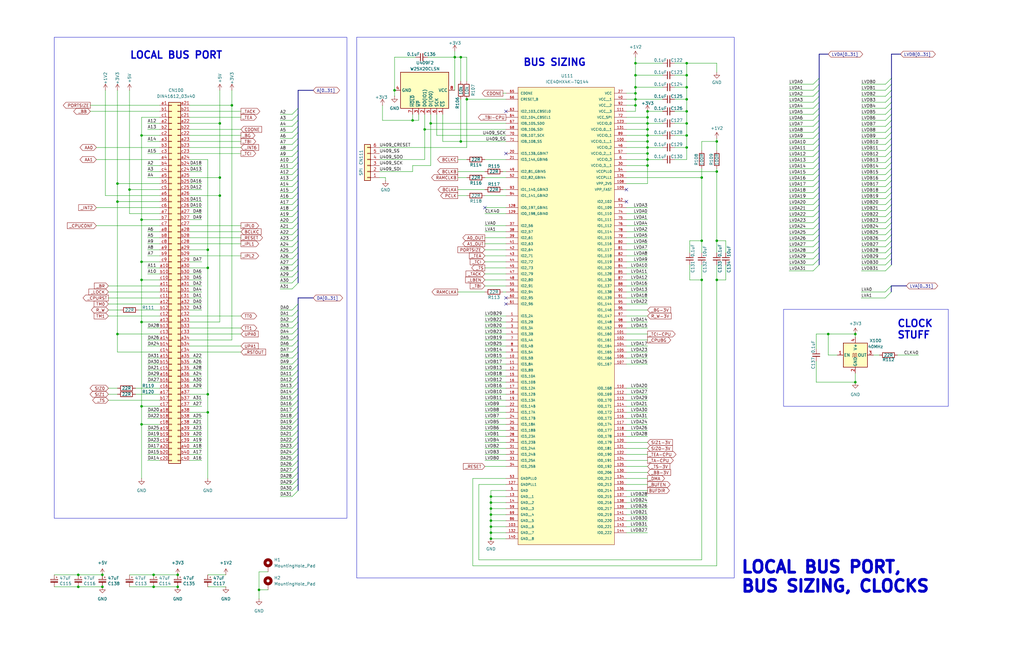
<source format=kicad_sch>
(kicad_sch (version 20231120) (generator "eeschema") (generator_version "8.0")
  (paper "B")
  (title_block (title "AmigaPCI 68040 Local Bus Card") (date "2025-04-03") (rev "4.2"))
  (junction (at 49.53 85.09))
  (junction (at 289.56 62.23))
  (junction (at 273.05 49.53))
  (junction (at 54.61 80.01))
  (junction (at 289.56 31.75))
  (junction (at 179.07 54.61))
  (junction (at 289.56 26.67))
  (junction (at 273.05 52.07))
  (junction (at 87.63 166.37))
  (junction (at 295.91 101.6))
  (junction (at 207.01 217.17))
  (junction (at 267.97 44.45))
  (junction (at 173.99 50.8))
  (junction (at 59.69 57.15))
  (junction (at 289.56 41.91))
  (junction (at 191.77 24.13))
  (junction (at 194.31 59.69))
  (junction (at 196.85 41.91))
  (junction (at 302.26 101.6))
  (junction (at 207.01 227.33))
  (junction (at 59.69 110.49))
  (junction (at 33.02 242.57))
  (junction (at 207.01 219.71))
  (junction (at 267.97 31.75))
  (junction (at 207.01 224.79))
  (junction (at 194.31 24.13))
  (junction (at 207.01 212.09))
  (junction (at 97.79 44.45))
  (junction (at 273.05 59.69))
  (junction (at 74.93 247.65))
  (junction (at 49.53 77.47))
  (junction (at 87.63 113.03))
  (junction (at 43.18 242.57))
  (junction (at 295.91 118.11))
  (junction (at 109.22 248.92))
  (junction (at 289.56 52.07))
  (junction (at 289.56 46.99))
  (junction (at 59.69 118.11))
  (junction (at 302.26 72.39))
  (junction (at 302.26 118.11))
  (junction (at 87.63 173.99))
  (junction (at 273.05 64.77))
  (junction (at 181.61 52.07))
  (junction (at 59.69 92.71))
  (junction (at 49.53 140.97))
  (junction (at 273.05 67.31))
  (junction (at 273.05 69.85))
  (junction (at 166.37 38.1))
  (junction (at 74.93 242.57))
  (junction (at 87.63 105.41))
  (junction (at 360.68 161.29))
  (junction (at 207.01 222.25))
  (junction (at 92.71 52.07))
  (junction (at 59.69 179.07))
  (junction (at 33.02 247.65))
  (junction (at 273.05 46.99))
  (junction (at 349.25 140.97))
  (junction (at 267.97 26.67))
  (junction (at 273.05 57.15))
  (junction (at 289.56 57.15))
  (junction (at 59.69 135.89))
  (junction (at 302.26 59.69))
  (junction (at 267.97 36.83))
  (junction (at 207.01 209.55))
  (junction (at 295.91 74.93))
  (junction (at 289.56 36.83))
  (junction (at 267.97 41.91))
  (junction (at 59.69 171.45))
  (junction (at 360.68 140.97))
  (junction (at 273.05 62.23))
  (junction (at 92.71 82.55))
  (junction (at 273.05 54.61))
  (junction (at 267.97 39.37))
  (junction (at 207.01 214.63))
  (junction (at 64.77 242.57))
  (junction (at 64.77 247.65))
  (junction (at 43.18 247.65))
  (junction (at 92.71 74.93))
  (no_connect (at 204.47 87.63))
  (no_connect (at 213.36 125.73))
  (no_connect (at 264.16 80.01))
  (no_connect (at 213.36 46.99))
  (no_connect (at 264.16 85.09))
  (no_connect (at 213.36 128.27))
  (no_connect (at 213.36 64.77))
  (bus_entry (at 373.38 109.22) (size 2.54 -2.54))
  (bus_entry (at 342.9 76.2) (size 2.54 -2.54))
  (bus_entry (at 123.19 201.93) (size 2.54 -2.54))
  (bus_entry (at 342.9 93.98) (size 2.54 -2.54))
  (bus_entry (at 123.19 101.6) (size 2.54 -2.54))
  (bus_entry (at 123.19 96.52) (size 2.54 -2.54))
  (bus_entry (at 342.9 111.76) (size 2.54 -2.54))
  (bus_entry (at 342.9 83.82) (size 2.54 -2.54))
  (bus_entry (at 123.19 88.9) (size 2.54 -2.54))
  (bus_entry (at 123.19 58.42) (size 2.54 -2.54))
  (bus_entry (at 342.9 58.42) (size 2.54 -2.54))
  (bus_entry (at 342.9 114.3) (size 2.54 -2.54))
  (bus_entry (at 123.19 146.05) (size 2.54 -2.54))
  (bus_entry (at 373.38 50.8) (size 2.54 -2.54))
  (bus_entry (at 123.19 83.82) (size 2.54 -2.54))
  (bus_entry (at 123.19 63.5) (size 2.54 -2.54))
  (bus_entry (at 373.38 45.72) (size 2.54 -2.54))
  (bus_entry (at 373.38 93.98) (size 2.54 -2.54))
  (bus_entry (at 123.19 194.31) (size 2.54 -2.54))
  (bus_entry (at 123.19 171.45) (size 2.54 -2.54))
  (bus_entry (at 373.38 38.1) (size 2.54 -2.54))
  (bus_entry (at 123.19 86.36) (size 2.54 -2.54))
  (bus_entry (at 373.38 68.58) (size 2.54 -2.54))
  (bus_entry (at 373.38 106.68) (size 2.54 -2.54))
  (bus_entry (at 123.19 121.92) (size 2.54 -2.54))
  (bus_entry (at 373.38 83.82) (size 2.54 -2.54))
  (bus_entry (at 373.38 111.76) (size 2.54 -2.54))
  (bus_entry (at 123.19 176.53) (size 2.54 -2.54))
  (bus_entry (at 123.19 48.26) (size 2.54 -2.54))
  (bus_entry (at 342.9 109.22) (size 2.54 -2.54))
  (bus_entry (at 342.9 81.28) (size 2.54 -2.54))
  (bus_entry (at 123.19 50.8) (size 2.54 -2.54))
  (bus_entry (at 123.19 133.35) (size 2.54 -2.54))
  (bus_entry (at 123.19 173.99) (size 2.54 -2.54))
  (bus_entry (at 123.19 106.68) (size 2.54 -2.54))
  (bus_entry (at 373.38 76.2) (size 2.54 -2.54))
  (bus_entry (at 342.9 55.88) (size 2.54 -2.54))
  (bus_entry (at 123.19 207.01) (size 2.54 -2.54))
  (bus_entry (at 123.19 181.61) (size 2.54 -2.54))
  (bus_entry (at 123.19 161.29) (size 2.54 -2.54))
  (bus_entry (at 373.38 71.12) (size 2.54 -2.54))
  (bus_entry (at 123.19 76.2) (size 2.54 -2.54))
  (bus_entry (at 342.9 78.74) (size 2.54 -2.54))
  (bus_entry (at 373.38 104.14) (size 2.54 -2.54))
  (bus_entry (at 123.19 158.75) (size 2.54 -2.54))
  (bus_entry (at 123.19 153.67) (size 2.54 -2.54))
  (bus_entry (at 342.9 45.72) (size 2.54 -2.54))
  (bus_entry (at 373.38 40.64) (size 2.54 -2.54))
  (bus_entry (at 342.9 63.5) (size 2.54 -2.54))
  (bus_entry (at 123.19 140.97) (size 2.54 -2.54))
  (bus_entry (at 123.19 143.51) (size 2.54 -2.54))
  (bus_entry (at 373.38 99.06) (size 2.54 -2.54))
  (bus_entry (at 123.19 93.98) (size 2.54 -2.54))
  (bus_entry (at 342.9 73.66) (size 2.54 -2.54))
  (bus_entry (at 123.19 204.47) (size 2.54 -2.54))
  (bus_entry (at 123.19 99.06) (size 2.54 -2.54))
  (bus_entry (at 123.19 151.13) (size 2.54 -2.54))
  (bus_entry (at 123.19 186.69) (size 2.54 -2.54))
  (bus_entry (at 123.19 71.12) (size 2.54 -2.54))
  (bus_entry (at 123.19 209.55) (size 2.54 -2.54))
  (bus_entry (at 373.29 123.19) (size 2.54 -2.54))
  (bus_entry (at 342.9 66.04) (size 2.54 -2.54))
  (bus_entry (at 123.19 66.04) (size 2.54 -2.54))
  (bus_entry (at 342.9 104.14) (size 2.54 -2.54))
  (bus_entry (at 123.19 119.38) (size 2.54 -2.54))
  (bus_entry (at 373.38 96.52) (size 2.54 -2.54))
  (bus_entry (at 342.9 48.26) (size 2.54 -2.54))
  (bus_entry (at 123.19 166.37) (size 2.54 -2.54))
  (bus_entry (at 123.19 91.44) (size 2.54 -2.54))
  (bus_entry (at 123.19 179.07) (size 2.54 -2.54))
  (bus_entry (at 373.38 35.56) (size 2.54 -2.54))
  (bus_entry (at 123.19 148.59) (size 2.54 -2.54))
  (bus_entry (at 373.38 63.5) (size 2.54 -2.54))
  (bus_entry (at 342.9 38.1) (size 2.54 -2.54))
  (bus_entry (at 373.38 58.42) (size 2.54 -2.54))
  (bus_entry (at 373.38 114.3) (size 2.54 -2.54))
  (bus_entry (at 123.19 163.83) (size 2.54 -2.54))
  (bus_entry (at 342.9 99.06) (size 2.54 -2.54))
  (bus_entry (at 342.9 60.96) (size 2.54 -2.54))
  (bus_entry (at 342.9 43.18) (size 2.54 -2.54))
  (bus_entry (at 373.38 73.66) (size 2.54 -2.54))
  (bus_entry (at 123.19 138.43) (size 2.54 -2.54))
  (bus_entry (at 123.19 199.39) (size 2.54 -2.54))
  (bus_entry (at 342.9 40.64) (size 2.54 -2.54))
  (bus_entry (at 123.19 53.34) (size 2.54 -2.54))
  (bus_entry (at 373.38 78.74) (size 2.54 -2.54))
  (bus_entry (at 123.19 60.96) (size 2.54 -2.54))
  (bus_entry (at 373.38 101.6) (size 2.54 -2.54))
  (bus_entry (at 342.9 35.56) (size 2.54 -2.54))
  (bus_entry (at 123.19 55.88) (size 2.54 -2.54))
  (bus_entry (at 342.9 68.58) (size 2.54 -2.54))
  (bus_entry (at 342.9 91.44) (size 2.54 -2.54))
  (bus_entry (at 123.19 196.85) (size 2.54 -2.54))
  (bus_entry (at 342.9 53.34) (size 2.54 -2.54))
  (bus_entry (at 123.19 189.23) (size 2.54 -2.54))
  (bus_entry (at 123.19 156.21) (size 2.54 -2.54))
  (bus_entry (at 123.19 73.66) (size 2.54 -2.54))
  (bus_entry (at 342.9 88.9) (size 2.54 -2.54))
  (bus_entry (at 373.38 86.36) (size 2.54 -2.54))
  (bus_entry (at 342.9 96.52) (size 2.54 -2.54))
  (bus_entry (at 373.38 66.04) (size 2.54 -2.54))
  (bus_entry (at 373.38 60.96) (size 2.54 -2.54))
  (bus_entry (at 373.29 125.73) (size 2.54 -2.54))
  (bus_entry (at 342.9 50.8) (size 2.54 -2.54))
  (bus_entry (at 373.38 91.44) (size 2.54 -2.54))
  (bus_entry (at 373.38 81.28) (size 2.54 -2.54))
  (bus_entry (at 373.38 43.18) (size 2.54 -2.54))
  (bus_entry (at 373.38 53.34) (size 2.54 -2.54))
  (bus_entry (at 123.19 104.14) (size 2.54 -2.54))
  (bus_entry (at 123.19 81.28) (size 2.54 -2.54))
  (bus_entry (at 123.19 135.89) (size 2.54 -2.54))
  (bus_entry (at 123.19 68.58) (size 2.54 -2.54))
  (bus_entry (at 123.19 78.74) (size 2.54 -2.54))
  (bus_entry (at 373.38 88.9) (size 2.54 -2.54))
  (bus_entry (at 123.19 168.91) (size 2.54 -2.54))
  (bus_entry (at 123.19 191.77) (size 2.54 -2.54))
  (bus_entry (at 373.38 48.26) (size 2.54 -2.54))
  (bus_entry (at 342.9 101.6) (size 2.54 -2.54))
  (bus_entry (at 342.9 71.12) (size 2.54 -2.54))
  (bus_entry (at 373.38 55.88) (size 2.54 -2.54))
  (bus_entry (at 123.19 114.3) (size 2.54 -2.54))
  (bus_entry (at 123.19 116.84) (size 2.54 -2.54))
  (bus_entry (at 123.19 109.22) (size 2.54 -2.54))
  (bus_entry (at 123.19 184.15) (size 2.54 -2.54))
  (bus_entry (at 342.9 86.36) (size 2.54 -2.54))
  (bus_entry (at 123.19 111.76) (size 2.54 -2.54))
  (bus_entry (at 342.9 106.68) (size 2.54 -2.54))
  (bus_entry (at 123.19 130.81) (size 2.54 -2.54))
  (wire (pts (xy 204.47 140.97) (xy 213.36 140.97)))
  (wire (pts (xy 264.16 201.93) (xy 273.05 201.93)))
  (bus (pts (xy 345.44 101.6) (xy 345.44 104.14)))
  (wire (pts (xy 264.16 102.87) (xy 273.05 102.87)))
  (wire (pts (xy 212.09 39.37) (xy 213.36 39.37)))
  (wire (pts (xy 118.11 176.53) (xy 123.19 176.53)))
  (bus (pts (xy 375.92 68.58) (xy 375.92 71.12)))
  (wire (pts (xy 181.61 52.07) (xy 213.36 52.07)))
  (bus (pts (xy 125.73 111.76) (xy 125.73 114.3)))
  (wire (pts (xy 204.47 153.67) (xy 213.36 153.67)))
  (bus (pts (xy 345.44 76.2) (xy 345.44 78.74)))
  (wire (pts (xy 264.16 97.79) (xy 273.05 97.79)))
  (wire (pts (xy 273.05 59.69) (xy 273.05 62.23)))
  (wire (pts (xy 85.09 168.91) (xy 80.01 168.91)))
  (wire (pts (xy 118.11 207.01) (xy 123.19 207.01)))
  (wire (pts (xy 207.01 207.01) (xy 207.01 209.55)))
  (wire (pts (xy 363.22 53.34) (xy 373.38 53.34)))
  (bus (pts (xy 345.44 38.1) (xy 345.44 40.64)))
  (wire (pts (xy 59.69 135.89) (xy 59.69 171.45)))
  (wire (pts (xy 273.05 130.81) (xy 264.16 130.81)))
  (wire (pts (xy 363.22 101.6) (xy 373.38 101.6)))
  (wire (pts (xy 191.77 38.1) (xy 191.77 24.13)))
  (wire (pts (xy 264.16 214.63) (xy 273.05 214.63)))
  (bus (pts (xy 375.92 109.22) (xy 375.92 111.76)))
  (wire (pts (xy 44.45 82.55) (xy 67.31 82.55)))
  (bus (pts (xy 345.44 104.14) (xy 345.44 106.68)))
  (wire (pts (xy 290.83 101.6) (xy 295.91 101.6)))
  (wire (pts (xy 118.11 189.23) (xy 123.19 189.23)))
  (wire (pts (xy 80.01 113.03) (xy 87.63 113.03)))
  (bus (pts (xy 125.73 163.83) (xy 125.73 161.29)))
  (wire (pts (xy 62.23 186.69) (xy 67.31 186.69)))
  (wire (pts (xy 118.11 68.58) (xy 123.19 68.58)))
  (bus (pts (xy 125.73 66.04) (xy 125.73 68.58)))
  (wire (pts (xy 64.77 242.57) (xy 74.93 242.57)))
  (wire (pts (xy 85.09 72.39) (xy 80.01 72.39)))
  (bus (pts (xy 375.92 101.6) (xy 375.92 104.14)))
  (wire (pts (xy 45.72 128.27) (xy 67.31 128.27)))
  (wire (pts (xy 196.85 62.23) (xy 196.85 41.91)))
  (wire (pts (xy 344.17 152.4) (xy 344.17 161.29)))
  (wire (pts (xy 264.16 115.57) (xy 273.05 115.57)))
  (bus (pts (xy 125.73 171.45) (xy 125.73 168.91)))
  (bus (pts (xy 125.73 199.39) (xy 125.73 196.85)))
  (wire (pts (xy 80.01 143.51) (xy 97.79 143.51)))
  (wire (pts (xy 54.61 38.1) (xy 54.61 80.01)))
  (wire (pts (xy 118.11 60.96) (xy 123.19 60.96)))
  (bus (pts (xy 125.73 71.12) (xy 125.73 73.66)))
  (wire (pts (xy 59.69 118.11) (xy 59.69 135.89)))
  (wire (pts (xy 179.07 48.26) (xy 179.07 54.61)))
  (bus (pts (xy 125.73 153.67) (xy 125.73 151.13)))
  (wire (pts (xy 213.36 146.05) (xy 204.47 146.05)))
  (wire (pts (xy 213.36 181.61) (xy 204.47 181.61)))
  (wire (pts (xy 332.74 35.56) (xy 342.9 35.56)))
  (wire (pts (xy 118.11 96.52) (xy 123.19 96.52)))
  (wire (pts (xy 204.47 107.95) (xy 213.36 107.95)))
  (wire (pts (xy 85.09 110.49) (xy 80.01 110.49)))
  (bus (pts (xy 125.73 138.43) (xy 125.73 135.89)))
  (wire (pts (xy 62.23 153.67) (xy 67.31 153.67)))
  (wire (pts (xy 62.23 52.07) (xy 67.31 52.07)))
  (bus (pts (xy 345.44 68.58) (xy 345.44 71.12)))
  (wire (pts (xy 273.05 135.89) (xy 264.16 135.89)))
  (wire (pts (xy 289.56 36.83) (xy 289.56 31.75)))
  (wire (pts (xy 363.22 76.2) (xy 373.38 76.2)))
  (wire (pts (xy 196.85 67.31) (xy 193.04 67.31)))
  (wire (pts (xy 363.22 91.44) (xy 373.38 91.44)))
  (wire (pts (xy 378.46 149.86) (xy 387.35 149.86)))
  (wire (pts (xy 33.02 242.57) (xy 43.18 242.57)))
  (bus (pts (xy 125.73 161.29) (xy 125.73 158.75)))
  (bus (pts (xy 125.73 156.21) (xy 125.73 153.67)))
  (wire (pts (xy 267.97 36.83) (xy 279.4 36.83)))
  (wire (pts (xy 264.16 168.91) (xy 273.05 168.91)))
  (wire (pts (xy 332.74 99.06) (xy 342.9 99.06)))
  (wire (pts (xy 80.01 67.31) (xy 87.63 67.31)))
  (bus (pts (xy 345.44 99.06) (xy 345.44 101.6)))
  (wire (pts (xy 62.23 100.33) (xy 67.31 100.33)))
  (wire (pts (xy 118.11 78.74) (xy 123.19 78.74)))
  (bus (pts (xy 125.73 143.51) (xy 125.73 140.97)))
  (bus (pts (xy 375.92 58.42) (xy 375.92 60.96)))
  (wire (pts (xy 92.71 82.55) (xy 92.71 135.89)))
  (wire (pts (xy 201.93 204.47) (xy 213.36 204.47)))
  (wire (pts (xy 332.74 68.58) (xy 342.9 68.58)))
  (bus (pts (xy 125.73 166.37) (xy 125.73 163.83)))
  (wire (pts (xy 85.09 69.85) (xy 80.01 69.85)))
  (wire (pts (xy 80.01 102.87) (xy 101.6 102.87)))
  (wire (pts (xy 59.69 92.71) (xy 67.31 92.71)))
  (bus (pts (xy 125.73 181.61) (xy 125.73 179.07)))
  (wire (pts (xy 264.16 128.27) (xy 273.05 128.27)))
  (wire (pts (xy 332.74 93.98) (xy 342.9 93.98)))
  (wire (pts (xy 64.77 247.65) (xy 74.93 247.65)))
  (wire (pts (xy 62.23 97.79) (xy 67.31 97.79)))
  (wire (pts (xy 332.74 109.22) (xy 342.9 109.22)))
  (wire (pts (xy 204.47 143.51) (xy 213.36 143.51)))
  (wire (pts (xy 273.05 133.35) (xy 264.16 133.35)))
  (wire (pts (xy 332.74 40.64) (xy 342.9 40.64)))
  (bus (pts (xy 375.92 35.56) (xy 375.92 38.1)))
  (wire (pts (xy 62.23 161.29) (xy 67.31 161.29)))
  (wire (pts (xy 62.23 146.05) (xy 67.31 146.05)))
  (wire (pts (xy 363.22 40.64) (xy 373.38 40.64)))
  (wire (pts (xy 118.11 58.42) (xy 123.19 58.42)))
  (wire (pts (xy 85.09 176.53) (xy 80.01 176.53)))
  (wire (pts (xy 85.09 120.65) (xy 80.01 120.65)))
  (wire (pts (xy 207.01 209.55) (xy 207.01 212.09)))
  (wire (pts (xy 204.47 123.19) (xy 193.04 123.19)))
  (wire (pts (xy 213.36 186.69) (xy 204.47 186.69)))
  (bus (pts (xy 345.44 53.34) (xy 345.44 55.88)))
  (wire (pts (xy 363.22 48.26) (xy 373.38 48.26)))
  (wire (pts (xy 118.11 73.66) (xy 123.19 73.66)))
  (bus (pts (xy 125.73 204.47) (xy 125.73 201.93)))
  (wire (pts (xy 80.01 148.59) (xy 101.6 148.59)))
  (wire (pts (xy 332.74 86.36) (xy 342.9 86.36)))
  (wire (pts (xy 204.47 113.03) (xy 213.36 113.03)))
  (wire (pts (xy 80.01 140.97) (xy 101.6 140.97)))
  (wire (pts (xy 118.11 116.84) (xy 123.19 116.84)))
  (wire (pts (xy 289.56 26.67) (xy 284.48 26.67)))
  (wire (pts (xy 267.97 41.91) (xy 267.97 44.45)))
  (bus (pts (xy 375.92 99.06) (xy 375.92 101.6)))
  (wire (pts (xy 332.74 43.18) (xy 342.9 43.18)))
  (wire (pts (xy 264.16 95.25) (xy 273.05 95.25)))
  (wire (pts (xy 85.09 130.81) (xy 80.01 130.81)))
  (wire (pts (xy 349.25 140.97) (xy 360.68 140.97)))
  (wire (pts (xy 85.09 184.15) (xy 80.01 184.15)))
  (wire (pts (xy 273.05 62.23) (xy 279.4 62.23)))
  (wire (pts (xy 264.16 118.11) (xy 273.05 118.11)))
  (wire (pts (xy 332.74 76.2) (xy 342.9 76.2)))
  (wire (pts (xy 49.53 148.59) (xy 49.53 140.97)))
  (bus (pts (xy 125.73 207.01) (xy 125.73 204.47)))
  (wire (pts (xy 264.16 146.05) (xy 273.05 146.05)))
  (wire (pts (xy 213.36 87.63) (xy 204.47 87.63)))
  (wire (pts (xy 267.97 24.13) (xy 267.97 26.67)))
  (wire (pts (xy 179.07 54.61) (xy 179.07 67.31)))
  (bus (pts (xy 125.73 68.58) (xy 125.73 71.12)))
  (wire (pts (xy 273.05 140.97) (xy 264.16 140.97)))
  (wire (pts (xy 179.07 67.31) (xy 160.02 67.31)))
  (wire (pts (xy 80.01 173.99) (xy 87.63 173.99)))
  (bus (pts (xy 345.44 109.22) (xy 345.44 111.76)))
  (wire (pts (xy 273.05 67.31) (xy 273.05 69.85)))
  (wire (pts (xy 62.23 184.15) (xy 67.31 184.15)))
  (wire (pts (xy 85.09 171.45) (xy 80.01 171.45)))
  (wire (pts (xy 118.11 184.15) (xy 123.19 184.15)))
  (wire (pts (xy 191.77 24.13) (xy 191.77 21.59)))
  (wire (pts (xy 332.74 106.68) (xy 342.9 106.68)))
  (wire (pts (xy 349.25 149.86) (xy 349.25 140.97)))
  (wire (pts (xy 273.05 49.53) (xy 273.05 52.07)))
  (wire (pts (xy 332.74 60.96) (xy 342.9 60.96)))
  (wire (pts (xy 273.05 46.99) (xy 273.05 49.53)))
  (wire (pts (xy 62.23 113.03) (xy 67.31 113.03)))
  (wire (pts (xy 207.01 212.09) (xy 213.36 212.09)))
  (wire (pts (xy 118.11 81.28) (xy 123.19 81.28)))
  (bus (pts (xy 345.44 71.12) (xy 345.44 73.66)))
  (bus (pts (xy 345.44 93.98) (xy 345.44 96.52)))
  (bus (pts (xy 345.44 55.88) (xy 345.44 58.42)))
  (wire (pts (xy 273.05 181.61) (xy 264.16 181.61)))
  (wire (pts (xy 109.22 241.3) (xy 109.22 248.92)))
  (wire (pts (xy 196.85 24.13) (xy 194.31 24.13)))
  (wire (pts (xy 363.22 88.9) (xy 373.38 88.9)))
  (wire (pts (xy 109.22 248.92) (xy 113.03 248.92)))
  (wire (pts (xy 109.22 248.92) (xy 109.22 252.73)))
  (wire (pts (xy 204.47 97.79) (xy 213.36 97.79)))
  (wire (pts (xy 161.29 50.8) (xy 173.99 50.8)))
  (wire (pts (xy 118.11 194.31) (xy 123.19 194.31)))
  (bus (pts (xy 125.73 73.66) (xy 125.73 76.2)))
  (wire (pts (xy 59.69 171.45) (xy 67.31 171.45)))
  (wire (pts (xy 213.36 156.21) (xy 204.47 156.21)))
  (wire (pts (xy 59.69 179.07) (xy 59.69 201.93)))
  (wire (pts (xy 45.72 163.83) (xy 49.53 163.83)))
  (wire (pts (xy 85.09 186.69) (xy 80.01 186.69)))
  (wire (pts (xy 44.45 38.1) (xy 44.45 82.55)))
  (bus (pts (xy 375.92 78.74) (xy 375.92 81.28)))
  (wire (pts (xy 264.16 209.55) (xy 273.05 209.55)))
  (wire (pts (xy 181.61 69.85) (xy 173.99 69.85)))
  (wire (pts (xy 62.23 138.43) (xy 67.31 138.43)))
  (wire (pts (xy 273.05 179.07) (xy 264.16 179.07)))
  (wire (pts (xy 273.05 191.77) (xy 264.16 191.77)))
  (wire (pts (xy 284.48 67.31) (xy 289.56 67.31)))
  (wire (pts (xy 118.11 104.14) (xy 123.19 104.14)))
  (wire (pts (xy 173.99 69.85) (xy 173.99 72.39)))
  (wire (pts (xy 59.69 135.89) (xy 67.31 135.89)))
  (wire (pts (xy 57.15 163.83) (xy 67.31 163.83)))
  (wire (pts (xy 267.97 26.67) (xy 279.4 26.67)))
  (bus (pts (xy 125.73 140.97) (xy 125.73 138.43)))
  (wire (pts (xy 264.16 107.95) (xy 273.05 107.95)))
  (wire (pts (xy 80.01 74.93) (xy 92.71 74.93)))
  (wire (pts (xy 302.26 101.6) (xy 306.07 101.6)))
  (wire (pts (xy 118.11 204.47) (xy 123.19 204.47)))
  (wire (pts (xy 118.11 179.07) (xy 123.19 179.07)))
  (wire (pts (xy 80.01 107.95) (xy 101.6 107.95)))
  (wire (pts (xy 332.74 81.28) (xy 342.9 81.28)))
  (wire (pts (xy 213.36 176.53) (xy 204.47 176.53)))
  (wire (pts (xy 273.05 138.43) (xy 264.16 138.43)))
  (wire (pts (xy 118.11 158.75) (xy 123.19 158.75)))
  (wire (pts (xy 273.05 52.07) (xy 279.4 52.07)))
  (wire (pts (xy 87.63 247.65) (xy 95.25 247.65)))
  (wire (pts (xy 273.05 186.69) (xy 264.16 186.69)))
  (bus (pts (xy 345.44 73.66) (xy 345.44 76.2)))
  (wire (pts (xy 264.16 46.99) (xy 267.97 46.99)))
  (bus (pts (xy 345.44 86.36) (xy 345.44 88.9)))
  (wire (pts (xy 290.83 118.11) (xy 295.91 118.11)))
  (bus (pts (xy 375.92 45.72) (xy 375.92 48.26)))
  (bus (pts (xy 125.73 101.6) (xy 125.73 104.14)))
  (wire (pts (xy 85.09 87.63) (xy 80.01 87.63)))
  (wire (pts (xy 289.56 31.75) (xy 289.56 26.67)))
  (bus (pts (xy 375.92 43.18) (xy 375.92 45.72)))
  (wire (pts (xy 80.01 138.43) (xy 101.6 138.43)))
  (wire (pts (xy 264.16 39.37) (xy 267.97 39.37)))
  (wire (pts (xy 59.69 171.45) (xy 59.69 179.07)))
  (wire (pts (xy 80.01 64.77) (xy 101.6 64.77)))
  (wire (pts (xy 264.16 153.67) (xy 273.05 153.67)))
  (bus (pts (xy 345.44 88.9) (xy 345.44 91.44)))
  (wire (pts (xy 264.16 110.49) (xy 273.05 110.49)))
  (wire (pts (xy 289.56 46.99) (xy 289.56 52.07)))
  (bus (pts (xy 345.44 33.02) (xy 345.44 35.56)))
  (wire (pts (xy 360.68 157.48) (xy 360.68 161.29)))
  (wire (pts (xy 273.05 54.61) (xy 273.05 57.15)))
  (bus (pts (xy 125.73 201.93) (xy 125.73 199.39)))
  (bus (pts (xy 125.73 133.35) (xy 125.73 130.81)))
  (wire (pts (xy 118.11 53.34) (xy 123.19 53.34)))
  (wire (pts (xy 59.69 49.53) (xy 67.31 49.53)))
  (wire (pts (xy 118.11 119.38) (xy 123.19 119.38)))
  (wire (pts (xy 289.56 62.23) (xy 289.56 67.31)))
  (bus (pts (xy 125.73 55.88) (xy 125.73 58.42)))
  (wire (pts (xy 264.16 59.69) (xy 273.05 59.69)))
  (wire (pts (xy 85.09 115.57) (xy 80.01 115.57)))
  (bus (pts (xy 125.73 148.59) (xy 125.73 146.05)))
  (bus (pts (xy 125.73 176.53) (xy 125.73 173.99)))
  (wire (pts (xy 363.22 93.98) (xy 373.38 93.98)))
  (wire (pts (xy 194.31 41.91) (xy 194.31 59.69)))
  (bus (pts (xy 375.92 106.68) (xy 375.92 109.22)))
  (wire (pts (xy 204.47 95.25) (xy 213.36 95.25)))
  (bus (pts (xy 125.73 88.9) (xy 125.73 91.44)))
  (wire (pts (xy 207.01 217.17) (xy 207.01 219.71)))
  (wire (pts (xy 273.05 62.23) (xy 273.05 64.77)))
  (wire (pts (xy 273.05 184.15) (xy 264.16 184.15)))
  (bus (pts (xy 125.73 116.84) (xy 125.73 119.38)))
  (wire (pts (xy 22.86 247.65) (xy 33.02 247.65)))
  (bus (pts (xy 375.92 81.28) (xy 375.92 83.82)))
  (wire (pts (xy 363.22 50.8) (xy 373.38 50.8)))
  (wire (pts (xy 85.09 194.31) (xy 80.01 194.31)))
  (wire (pts (xy 85.09 179.07) (xy 80.01 179.07)))
  (wire (pts (xy 213.36 194.31) (xy 204.47 194.31)))
  (wire (pts (xy 85.09 161.29) (xy 80.01 161.29)))
  (wire (pts (xy 204.47 171.45) (xy 213.36 171.45)))
  (wire (pts (xy 85.09 163.83) (xy 80.01 163.83)))
  (wire (pts (xy 363.22 99.06) (xy 373.38 99.06)))
  (wire (pts (xy 85.09 92.71) (xy 80.01 92.71)))
  (wire (pts (xy 332.74 83.82) (xy 342.9 83.82)))
  (wire (pts (xy 62.23 64.77) (xy 67.31 64.77)))
  (wire (pts (xy 57.15 166.37) (xy 67.31 166.37)))
  (wire (pts (xy 181.61 48.26) (xy 181.61 52.07)))
  (wire (pts (xy 85.09 156.21) (xy 80.01 156.21)))
  (bus (pts (xy 345.44 63.5) (xy 345.44 66.04)))
  (wire (pts (xy 85.09 128.27) (xy 80.01 128.27)))
  (wire (pts (xy 80.01 54.61) (xy 101.6 54.61)))
  (bus (pts (xy 125.73 58.42) (xy 125.73 60.96)))
  (wire (pts (xy 59.69 92.71) (xy 59.69 110.49)))
  (bus (pts (xy 345.44 40.64) (xy 345.44 43.18)))
  (bus (pts (xy 125.73 109.22) (xy 125.73 111.76)))
  (wire (pts (xy 45.72 120.65) (xy 67.31 120.65)))
  (wire (pts (xy 186.69 59.69) (xy 186.69 48.26)))
  (wire (pts (xy 59.69 118.11) (xy 67.31 118.11)))
  (wire (pts (xy 332.74 73.66) (xy 342.9 73.66)))
  (wire (pts (xy 363.22 96.52) (xy 373.38 96.52)))
  (wire (pts (xy 207.01 222.25) (xy 207.01 224.79)))
  (bus (pts (xy 375.92 22.86) (xy 379.73 22.86)))
  (wire (pts (xy 80.01 52.07) (xy 92.71 52.07)))
  (wire (pts (xy 80.01 95.25) (xy 101.6 95.25)))
  (wire (pts (xy 173.99 48.26) (xy 173.99 50.8)))
  (wire (pts (xy 289.56 46.99) (xy 289.56 41.91)))
  (wire (pts (xy 62.23 74.93) (xy 67.31 74.93)))
  (wire (pts (xy 67.31 90.17) (xy 54.61 90.17)))
  (wire (pts (xy 264.16 67.31) (xy 273.05 67.31)))
  (wire (pts (xy 207.01 207.01) (xy 213.36 207.01)))
  (bus (pts (xy 375.92 66.04) (xy 375.92 68.58)))
  (wire (pts (xy 302.26 238.76) (xy 302.26 118.11)))
  (wire (pts (xy 264.16 207.01) (xy 273.05 207.01)))
  (wire (pts (xy 295.91 59.69) (xy 302.26 59.69)))
  (bus (pts (xy 125.73 186.69) (xy 125.73 184.15)))
  (wire (pts (xy 295.91 63.5) (xy 295.91 59.69)))
  (wire (pts (xy 80.01 97.79) (xy 101.6 97.79)))
  (wire (pts (xy 213.36 74.93) (xy 204.47 74.93)))
  (wire (pts (xy 332.74 58.42) (xy 342.9 58.42)))
  (wire (pts (xy 62.23 54.61) (xy 67.31 54.61)))
  (wire (pts (xy 332.74 71.12) (xy 342.9 71.12)))
  (wire (pts (xy 273.05 173.99) (xy 264.16 173.99)))
  (wire (pts (xy 59.69 110.49) (xy 67.31 110.49)))
  (wire (pts (xy 273.05 143.51) (xy 264.16 143.51)))
  (wire (pts (xy 87.63 67.31) (xy 87.63 105.41)))
  (wire (pts (xy 273.05 77.47) (xy 264.16 77.47)))
  (wire (pts (xy 54.61 247.65) (xy 64.77 247.65)))
  (wire (pts (xy 80.01 44.45) (xy 97.79 44.45)))
  (wire (pts (xy 85.09 123.19) (xy 80.01 123.19)))
  (bus (pts (xy 345.44 48.26) (xy 345.44 50.8)))
  (wire (pts (xy 363.13 125.73) (xy 373.29 125.73)))
  (wire (pts (xy 80.01 133.35) (xy 101.6 133.35)))
  (wire (pts (xy 199.39 201.93) (xy 213.36 201.93)))
  (wire (pts (xy 284.48 31.75) (xy 289.56 31.75)))
  (wire (pts (xy 118.11 93.98) (xy 123.19 93.98)))
  (wire (pts (xy 363.22 114.3) (xy 373.38 114.3)))
  (wire (pts (xy 363.22 104.14) (xy 373.38 104.14)))
  (wire (pts (xy 45.72 168.91) (xy 67.31 168.91)))
  (wire (pts (xy 118.11 109.22) (xy 123.19 109.22)))
  (wire (pts (xy 207.01 214.63) (xy 213.36 214.63)))
  (bus (pts (xy 125.73 48.26) (xy 125.73 50.8)))
  (wire (pts (xy 213.36 82.55) (xy 204.47 82.55)))
  (wire (pts (xy 344.17 140.97) (xy 344.17 147.32)))
  (wire (pts (xy 363.22 78.74) (xy 373.38 78.74)))
  (wire (pts (xy 118.11 130.81) (xy 123.19 130.81)))
  (wire (pts (xy 213.36 67.31) (xy 204.47 67.31)))
  (wire (pts (xy 363.22 81.28) (xy 373.38 81.28)))
  (bus (pts (xy 125.73 53.34) (xy 125.73 55.88)))
  (bus (pts (xy 375.92 63.5) (xy 375.92 66.04)))
  (wire (pts (xy 207.01 217.17) (xy 213.36 217.17)))
  (wire (pts (xy 166.37 40.64) (xy 166.37 38.1)))
  (wire (pts (xy 204.47 80.01) (xy 193.04 80.01)))
  (wire (pts (xy 213.36 184.15) (xy 204.47 184.15)))
  (wire (pts (xy 199.39 201.93) (xy 199.39 238.76)))
  (wire (pts (xy 204.47 135.89) (xy 213.36 135.89)))
  (wire (pts (xy 267.97 41.91) (xy 279.4 41.91)))
  (bus (pts (xy 345.44 22.86) (xy 349.25 22.86)))
  (wire (pts (xy 54.61 80.01) (xy 67.31 80.01)))
  (wire (pts (xy 118.11 86.36) (xy 123.19 86.36)))
  (wire (pts (xy 118.11 76.2) (xy 123.19 76.2)))
  (wire (pts (xy 332.74 111.76) (xy 342.9 111.76)))
  (wire (pts (xy 295.91 71.12) (xy 295.91 74.93)))
  (wire (pts (xy 160.02 72.39) (xy 173.99 72.39)))
  (bus (pts (xy 125.73 63.5) (xy 125.73 66.04)))
  (wire (pts (xy 207.01 214.63) (xy 207.01 217.17)))
  (wire (pts (xy 62.23 107.95) (xy 67.31 107.95)))
  (wire (pts (xy 363.22 106.68) (xy 373.38 106.68)))
  (wire (pts (xy 273.05 57.15) (xy 273.05 59.69)))
  (wire (pts (xy 284.48 52.07) (xy 289.56 52.07)))
  (wire (pts (xy 363.22 71.12) (xy 373.38 71.12)))
  (wire (pts (xy 264.16 151.13) (xy 273.05 151.13)))
  (wire (pts (xy 363.22 60.96) (xy 373.38 60.96)))
  (wire (pts (xy 332.74 55.88) (xy 342.9 55.88)))
  (wire (pts (xy 273.05 67.31) (xy 279.4 67.31)))
  (bus (pts (xy 375.92 96.52) (xy 375.92 99.06)))
  (wire (pts (xy 40.64 95.25) (xy 67.31 95.25)))
  (wire (pts (xy 213.36 161.29) (xy 204.47 161.29)))
  (wire (pts (xy 80.01 46.99) (xy 101.6 46.99)))
  (wire (pts (xy 267.97 36.83) (xy 267.97 39.37)))
  (bus (pts (xy 375.92 50.8) (xy 375.92 53.34)))
  (wire (pts (xy 62.23 59.69) (xy 67.31 59.69)))
  (wire (pts (xy 196.85 82.55) (xy 193.04 82.55)))
  (bus (pts (xy 345.44 66.04) (xy 345.44 68.58)))
  (wire (pts (xy 332.74 91.44) (xy 342.9 91.44)))
  (wire (pts (xy 85.09 125.73) (xy 80.01 125.73)))
  (wire (pts (xy 92.71 135.89) (xy 80.01 135.89)))
  (wire (pts (xy 118.11 99.06) (xy 123.19 99.06)))
  (wire (pts (xy 118.11 143.51) (xy 123.19 143.51)))
  (wire (pts (xy 264.16 204.47) (xy 273.05 204.47)))
  (wire (pts (xy 85.09 80.01) (xy 80.01 80.01)))
  (bus (pts (xy 345.44 50.8) (xy 345.44 53.34)))
  (bus (pts (xy 345.44 81.28) (xy 345.44 83.82)))
  (wire (pts (xy 295.91 236.22) (xy 201.93 236.22)))
  (wire (pts (xy 273.05 199.39) (xy 264.16 199.39)))
  (bus (pts (xy 125.73 151.13) (xy 125.73 148.59)))
  (wire (pts (xy 85.09 181.61) (xy 80.01 181.61)))
  (wire (pts (xy 368.3 149.86) (xy 370.84 149.86)))
  (wire (pts (xy 302.26 26.67) (xy 302.26 30.48)))
  (wire (pts (xy 62.23 102.87) (xy 67.31 102.87)))
  (wire (pts (xy 85.09 118.11) (xy 80.01 118.11)))
  (wire (pts (xy 332.74 38.1) (xy 342.9 38.1)))
  (wire (pts (xy 213.36 118.11) (xy 204.47 118.11)))
  (wire (pts (xy 118.11 114.3) (xy 123.19 114.3)))
  (bus (pts (xy 375.83 120.65) (xy 382.18 120.65)))
  (wire (pts (xy 59.69 57.15) (xy 59.69 92.71)))
  (wire (pts (xy 363.22 83.82) (xy 373.38 83.82)))
  (wire (pts (xy 162.56 74.93) (xy 162.56 76.2)))
  (wire (pts (xy 196.85 34.29) (xy 196.85 24.13)))
  (wire (pts (xy 264.16 222.25) (xy 273.05 222.25)))
  (wire (pts (xy 207.01 219.71) (xy 213.36 219.71)))
  (bus (pts (xy 345.44 35.56) (xy 345.44 38.1)))
  (wire (pts (xy 62.23 69.85) (xy 67.31 69.85)))
  (wire (pts (xy 204.47 110.49) (xy 213.36 110.49)))
  (wire (pts (xy 118.11 111.76) (xy 123.19 111.76)))
  (bus (pts (xy 125.73 83.82) (xy 125.73 86.36)))
  (wire (pts (xy 267.97 39.37) (xy 267.97 41.91)))
  (wire (pts (xy 161.29 44.45) (xy 161.29 50.8)))
  (bus (pts (xy 125.73 191.77) (xy 125.73 189.23)))
  (wire (pts (xy 290.83 111.76) (xy 290.83 118.11)))
  (wire (pts (xy 160.02 62.23) (xy 196.85 62.23)))
  (wire (pts (xy 273.05 69.85) (xy 273.05 77.47)))
  (wire (pts (xy 363.22 55.88) (xy 373.38 55.88)))
  (wire (pts (xy 302.26 59.69) (xy 302.26 63.5)))
  (wire (pts (xy 118.11 138.43) (xy 123.19 138.43)))
  (bus (pts (xy 125.73 50.8) (xy 125.73 53.34)))
  (bus (pts (xy 375.92 73.66) (xy 375.92 76.2)))
  (wire (pts (xy 264.16 217.17) (xy 273.05 217.17)))
  (wire (pts (xy 118.11 209.55) (xy 123.19 209.55)))
  (wire (pts (xy 87.63 173.99) (xy 87.63 201.93)))
  (bus (pts (xy 375.92 86.36) (xy 375.92 88.9)))
  (wire (pts (xy 118.11 161.29) (xy 123.19 161.29)))
  (bus (pts (xy 125.73 114.3) (xy 125.73 116.84)))
  (wire (pts (xy 45.72 133.35) (xy 67.31 133.35)))
  (wire (pts (xy 284.48 46.99) (xy 289.56 46.99)))
  (wire (pts (xy 273.05 64.77) (xy 273.05 67.31)))
  (wire (pts (xy 22.86 242.57) (xy 33.02 242.57)))
  (bus (pts (xy 125.73 45.72) (xy 125.73 48.26)))
  (wire (pts (xy 184.15 57.15) (xy 213.36 57.15)))
  (wire (pts (xy 59.69 57.15) (xy 67.31 57.15)))
  (bus (pts (xy 345.44 83.82) (xy 345.44 86.36)))
  (bus (pts (xy 125.73 91.44) (xy 125.73 93.98)))
  (wire (pts (xy 363.22 38.1) (xy 373.38 38.1)))
  (wire (pts (xy 273.05 57.15) (xy 279.4 57.15)))
  (bus (pts (xy 375.92 38.1) (xy 375.92 40.64)))
  (wire (pts (xy 184.15 57.15) (xy 184.15 48.26)))
  (wire (pts (xy 363.22 111.76) (xy 373.38 111.76)))
  (wire (pts (xy 62.23 191.77) (xy 67.31 191.77)))
  (wire (pts (xy 273.05 194.31) (xy 264.16 194.31)))
  (wire (pts (xy 118.11 201.93) (xy 123.19 201.93)))
  (wire (pts (xy 204.47 191.77) (xy 213.36 191.77)))
  (wire (pts (xy 80.01 105.41) (xy 87.63 105.41)))
  (wire (pts (xy 264.16 74.93) (xy 295.91 74.93)))
  (wire (pts (xy 118.11 196.85) (xy 123.19 196.85)))
  (bus (pts (xy 125.73 146.05) (xy 125.73 143.51)))
  (wire (pts (xy 201.93 236.22) (xy 201.93 204.47)))
  (wire (pts (xy 213.36 173.99) (xy 204.47 173.99)))
  (wire (pts (xy 204.47 151.13) (xy 213.36 151.13)))
  (wire (pts (xy 118.11 66.04) (xy 123.19 66.04)))
  (wire (pts (xy 62.23 173.99) (xy 67.31 173.99)))
  (wire (pts (xy 92.71 38.1) (xy 92.71 52.07)))
  (wire (pts (xy 204.47 133.35) (xy 213.36 133.35)))
  (wire (pts (xy 62.23 176.53) (xy 67.31 176.53)))
  (wire (pts (xy 213.36 158.75) (xy 204.47 158.75)))
  (wire (pts (xy 207.01 219.71) (xy 207.01 222.25)))
  (wire (pts (xy 54.61 80.01) (xy 54.61 90.17)))
  (bus (pts (xy 375.92 104.14) (xy 375.92 106.68)))
  (wire (pts (xy 264.16 148.59) (xy 273.05 148.59)))
  (wire (pts (xy 97.79 44.45) (xy 97.79 143.51)))
  (wire (pts (xy 344.17 140.97) (xy 349.25 140.97)))
  (wire (pts (xy 264.16 176.53) (xy 273.05 176.53)))
  (wire (pts (xy 118.11 63.5) (xy 123.19 63.5)))
  (wire (pts (xy 118.11 186.69) (xy 123.19 186.69)))
  (wire (pts (xy 289.56 57.15) (xy 289.56 62.23)))
  (wire (pts (xy 273.05 171.45) (xy 264.16 171.45)))
  (wire (pts (xy 204.47 102.87) (xy 213.36 102.87)))
  (wire (pts (xy 118.11 48.26) (xy 123.19 48.26)))
  (bus (pts (xy 125.73 86.36) (xy 125.73 88.9)))
  (wire (pts (xy 118.11 151.13) (xy 123.19 151.13)))
  (wire (pts (xy 62.23 72.39) (xy 67.31 72.39)))
  (bus (pts (xy 125.73 38.1) (xy 132.08 38.1)))
  (wire (pts (xy 332.74 114.3) (xy 342.9 114.3)))
  (wire (pts (xy 49.53 140.97) (xy 67.31 140.97)))
  (wire (pts (xy 67.31 148.59) (xy 49.53 148.59)))
  (wire (pts (xy 45.72 130.81) (xy 50.8 130.81)))
  (wire (pts (xy 45.72 166.37) (xy 49.53 166.37)))
  (bus (pts (xy 345.44 58.42) (xy 345.44 60.96)))
  (bus (pts (xy 375.92 48.26) (xy 375.92 50.8)))
  (wire (pts (xy 284.48 57.15) (xy 289.56 57.15)))
  (wire (pts (xy 273.05 224.79) (xy 264.16 224.79)))
  (wire (pts (xy 33.02 247.65) (xy 43.18 247.65)))
  (bus (pts (xy 345.44 60.96) (xy 345.44 63.5)))
  (bus (pts (xy 375.92 83.82) (xy 375.92 86.36)))
  (wire (pts (xy 264.16 120.65) (xy 273.05 120.65)))
  (bus (pts (xy 125.73 99.06) (xy 125.73 101.6)))
  (wire (pts (xy 49.53 38.1) (xy 49.53 77.47)))
  (bus (pts (xy 375.92 53.34) (xy 375.92 55.88)))
  (wire (pts (xy 213.36 115.57) (xy 204.47 115.57)))
  (wire (pts (xy 87.63 113.03) (xy 87.63 166.37)))
  (wire (pts (xy 92.71 52.07) (xy 92.71 74.93)))
  (wire (pts (xy 207.01 222.25) (xy 213.36 222.25)))
  (wire (pts (xy 45.72 125.73) (xy 67.31 125.73)))
  (bus (pts (xy 375.92 40.64) (xy 375.92 43.18)))
  (bus (pts (xy 345.44 43.18) (xy 345.44 45.72)))
  (wire (pts (xy 332.74 66.04) (xy 342.9 66.04)))
  (wire (pts (xy 62.23 158.75) (xy 67.31 158.75)))
  (bus (pts (xy 125.73 104.14) (xy 125.73 106.68)))
  (wire (pts (xy 332.74 96.52) (xy 342.9 96.52)))
  (wire (pts (xy 191.77 24.13) (xy 180.34 24.13)))
  (wire (pts (xy 264.16 163.83) (xy 273.05 163.83)))
  (wire (pts (xy 80.01 57.15) (xy 101.6 57.15)))
  (wire (pts (xy 264.16 72.39) (xy 302.26 72.39)))
  (wire (pts (xy 85.09 189.23) (xy 80.01 189.23)))
  (wire (pts (xy 264.16 49.53) (xy 273.05 49.53)))
  (wire (pts (xy 295.91 74.93) (xy 295.91 101.6)))
  (bus (pts (xy 375.92 60.96) (xy 375.92 63.5)))
  (bus (pts (xy 125.73 38.1) (xy 125.73 45.72)))
  (bus (pts (xy 125.73 93.98) (xy 125.73 96.52)))
  (wire (pts (xy 302.26 72.39) (xy 302.26 101.6)))
  (wire (pts (xy 204.47 100.33) (xy 213.36 100.33)))
  (wire (pts (xy 264.16 64.77) (xy 273.05 64.77)))
  (wire (pts (xy 80.01 49.53) (xy 101.6 49.53)))
  (wire (pts (xy 264.16 87.63) (xy 273.05 87.63)))
  (wire (pts (xy 213.36 123.19) (xy 212.09 123.19)))
  (wire (pts (xy 118.11 168.91) (xy 123.19 168.91)))
  (bus (pts (xy 125.73 81.28) (xy 125.73 83.82)))
  (bus (pts (xy 375.92 91.44) (xy 375.92 93.98)))
  (wire (pts (xy 80.01 59.69) (xy 101.6 59.69)))
  (wire (pts (xy 264.16 105.41) (xy 273.05 105.41)))
  (wire (pts (xy 118.11 191.77) (xy 123.19 191.77)))
  (wire (pts (xy 273.05 189.23) (xy 264.16 189.23)))
  (wire (pts (xy 85.09 158.75) (xy 80.01 158.75)))
  (wire (pts (xy 360.68 140.97) (xy 360.68 142.24)))
  (wire (pts (xy 363.22 43.18) (xy 373.38 43.18)))
  (wire (pts (xy 118.11 88.9) (xy 123.19 88.9)))
  (wire (pts (xy 204.47 72.39) (xy 193.04 72.39)))
  (wire (pts (xy 196.85 41.91) (xy 213.36 41.91)))
  (wire (pts (xy 207.01 209.55) (xy 213.36 209.55)))
  (wire (pts (xy 118.11 156.21) (xy 123.19 156.21)))
  (wire (pts (xy 264.16 69.85) (xy 273.05 69.85)))
  (wire (pts (xy 179.07 54.61) (xy 213.36 54.61)))
  (wire (pts (xy 264.16 219.71) (xy 273.05 219.71)))
  (wire (pts (xy 264.16 41.91) (xy 267.97 41.91)))
  (wire (pts (xy 363.22 66.04) (xy 373.38 66.04)))
  (wire (pts (xy 306.07 118.11) (xy 306.07 111.76)))
  (wire (pts (xy 295.91 118.11) (xy 295.91 236.22)))
  (wire (pts (xy 166.37 38.1) (xy 166.37 24.13)))
  (wire (pts (xy 213.36 72.39) (xy 212.09 72.39)))
  (bus (pts (xy 375.92 33.02) (xy 375.92 22.86)))
  (wire (pts (xy 213.36 138.43) (xy 204.47 138.43)))
  (wire (pts (xy 284.48 62.23) (xy 289.56 62.23)))
  (wire (pts (xy 363.22 86.36) (xy 373.38 86.36)))
  (wire (pts (xy 118.11 101.6) (xy 123.19 101.6)))
  (wire (pts (xy 62.23 115.57) (xy 67.31 115.57)))
  (wire (pts (xy 213.36 120.65) (xy 204.47 120.65)))
  (wire (pts (xy 58.42 130.81) (xy 67.31 130.81)))
  (wire (pts (xy 176.53 48.26) (xy 176.53 50.8)))
  (wire (pts (xy 80.01 166.37) (xy 87.63 166.37)))
  (wire (pts (xy 85.09 151.13) (xy 80.01 151.13)))
  (wire (pts (xy 62.23 105.41) (xy 67.31 105.41)))
  (wire (pts (xy 118.11 173.99) (xy 123.19 173.99)))
  (wire (pts (xy 306.07 101.6) (xy 306.07 106.68)))
  (wire (pts (xy 363.22 109.22) (xy 373.38 109.22)))
  (wire (pts (xy 207.01 224.79) (xy 207.01 227.33)))
  (wire (pts (xy 173.99 50.8) (xy 176.53 50.8)))
  (wire (pts (xy 302.26 26.67) (xy 289.56 26.67)))
  (wire (pts (xy 118.11 50.8) (xy 123.19 50.8)))
  (bus (pts (xy 125.73 76.2) (xy 125.73 78.74)))
  (wire (pts (xy 49.53 85.09) (xy 67.31 85.09)))
  (wire (pts (xy 295.91 111.76) (xy 295.91 118.11)))
  (wire (pts (xy 264.16 62.23) (xy 273.05 62.23)))
  (bus (pts (xy 125.73 194.31) (xy 125.73 191.77)))
  (wire (pts (xy 363.22 35.56) (xy 373.38 35.56)))
  (wire (pts (xy 62.23 181.61) (xy 67.31 181.61)))
  (wire (pts (xy 363.13 123.19) (xy 373.29 123.19)))
  (bus (pts (xy 125.73 184.15) (xy 125.73 181.61)))
  (wire (pts (xy 332.74 104.14) (xy 342.9 104.14)))
  (wire (pts (xy 284.48 41.91) (xy 289.56 41.91)))
  (wire (pts (xy 194.31 59.69) (xy 213.36 59.69)))
  (wire (pts (xy 207.01 224.79) (xy 213.36 224.79)))
  (wire (pts (xy 264.16 90.17) (xy 273.05 90.17)))
  (bus (pts (xy 345.44 96.52) (xy 345.44 99.06)))
  (bus (pts (xy 375.92 71.12) (xy 375.92 73.66)))
  (wire (pts (xy 87.63 242.57) (xy 95.25 242.57)))
  (wire (pts (xy 85.09 153.67) (xy 80.01 153.67)))
  (wire (pts (xy 213.36 90.17) (xy 204.47 90.17)))
  (wire (pts (xy 118.11 148.59) (xy 123.19 148.59)))
  (wire (pts (xy 284.48 36.83) (xy 289.56 36.83)))
  (wire (pts (xy 213.36 163.83) (xy 204.47 163.83)))
  (wire (pts (xy 59.69 179.07) (xy 67.31 179.07)))
  (wire (pts (xy 332.74 88.9) (xy 342.9 88.9)))
  (wire (pts (xy 332.74 45.72) (xy 342.9 45.72)))
  (wire (pts (xy 118.11 181.61) (xy 123.19 181.61)))
  (wire (pts (xy 332.74 48.26) (xy 342.9 48.26)))
  (wire (pts (xy 273.05 166.37) (xy 264.16 166.37)))
  (wire (pts (xy 196.85 74.93) (xy 193.04 74.93)))
  (wire (pts (xy 264.16 125.73) (xy 273.05 125.73)))
  (wire (pts (xy 59.69 49.53) (xy 59.69 57.15)))
  (wire (pts (xy 363.22 63.5) (xy 373.38 63.5)))
  (bus (pts (xy 125.73 125.73) (xy 132.08 125.73)))
  (bus (pts (xy 375.92 88.9) (xy 375.92 91.44)))
  (wire (pts (xy 267.97 26.67) (xy 267.97 31.75)))
  (wire (pts (xy 62.23 194.31) (xy 67.31 194.31)))
  (wire (pts (xy 118.11 55.88) (xy 123.19 55.88)))
  (wire (pts (xy 363.22 45.72) (xy 373.38 45.72)))
  (bus (pts (xy 375.92 76.2) (xy 375.92 78.74)))
  (wire (pts (xy 62.23 151.13) (xy 67.31 151.13)))
  (bus (pts (xy 125.73 135.89) (xy 125.73 133.35)))
  (wire (pts (xy 62.23 189.23) (xy 67.31 189.23)))
  (wire (pts (xy 204.47 148.59) (xy 213.36 148.59)))
  (wire (pts (xy 353.06 149.86) (xy 349.25 149.86)))
  (wire (pts (xy 87.63 166.37) (xy 87.63 173.99)))
  (wire (pts (xy 267.97 44.45) (xy 267.97 46.99)))
  (wire (pts (xy 80.01 146.05) (xy 101.6 146.05)))
  (wire (pts (xy 118.11 91.44) (xy 123.19 91.44)))
  (wire (pts (xy 40.64 62.23) (xy 67.31 62.23)))
  (wire (pts (xy 273.05 52.07) (xy 273.05 54.61)))
  (wire (pts (xy 62.23 143.51) (xy 67.31 143.51)))
  (wire (pts (xy 267.97 31.75) (xy 267.97 36.83)))
  (wire (pts (xy 332.74 63.5) (xy 342.9 63.5)))
  (wire (pts (xy 264.16 57.15) (xy 273.05 57.15)))
  (wire (pts (xy 67.31 44.45) (xy 38.1 44.45)))
  (bus (pts (xy 125.73 179.07) (xy 125.73 176.53)))
  (wire (pts (xy 363.22 68.58) (xy 373.38 68.58)))
  (wire (pts (xy 118.11 71.12) (xy 123.19 71.12)))
  (wire (pts (xy 344.17 161.29) (xy 360.68 161.29)))
  (wire (pts (xy 363.22 73.66) (xy 373.38 73.66)))
  (wire (pts (xy 213.36 189.23) (xy 204.47 189.23)))
  (bus (pts (xy 125.73 158.75) (xy 125.73 156.21)))
  (wire (pts (xy 80.01 100.33) (xy 101.6 100.33)))
  (wire (pts (xy 80.01 62.23) (xy 101.6 62.23)))
  (bus (pts (xy 345.44 33.02) (xy 345.44 22.86)))
  (wire (pts (xy 118.11 133.35) (xy 123.19 133.35)))
  (bus (pts (xy 125.73 78.74) (xy 125.73 81.28)))
  (wire (pts (xy 267.97 31.75) (xy 279.4 31.75)))
  (bus (pts (xy 375.92 55.88) (xy 375.92 58.42)))
  (bus (pts (xy 345.44 45.72) (xy 345.44 48.26)))
  (wire (pts (xy 295.91 106.68) (xy 295.91 101.6)))
  (wire (pts (xy 289.56 52.07) (xy 289.56 57.15)))
  (wire (pts (xy 49.53 77.47) (xy 49.53 85.09)))
  (bus (pts (xy 345.44 91.44) (xy 345.44 93.98)))
  (wire (pts (xy 302.26 58.42) (xy 302.26 59.69)))
  (wire (pts (xy 118.11 171.45) (xy 123.19 171.45)))
  (wire (pts (xy 332.74 101.6) (xy 342.9 101.6)))
  (bus (pts (xy 125.73 168.91) (xy 125.73 166.37)))
  (wire (pts (xy 54.61 242.57) (xy 64.77 242.57)))
  (wire (pts (xy 302.26 118.11) (xy 306.07 118.11)))
  (wire (pts (xy 194.31 24.13) (xy 191.77 24.13)))
  (wire (pts (xy 181.61 69.85) (xy 181.61 52.07)))
  (wire (pts (xy 290.83 106.68) (xy 290.83 101.6)))
  (wire (pts (xy 302.26 106.68) (xy 302.26 101.6)))
  (bus (pts (xy 375.92 93.98) (xy 375.92 96.52)))
  (wire (pts (xy 40.64 87.63) (xy 67.31 87.63)))
  (wire (pts (xy 213.36 80.01) (xy 212.09 80.01)))
  (wire (pts (xy 264.16 52.07) (xy 273.05 52.07)))
  (wire (pts (xy 49.53 77.47) (xy 67.31 77.47)))
  (wire (pts (xy 87.63 105.41) (xy 87.63 113.03)))
  (wire (pts (xy 332.74 78.74) (xy 342.9 78.74)))
  (bus (pts (xy 125.73 173.99) (xy 125.73 171.45)))
  (wire (pts (xy 118.11 140.97) (xy 123.19 140.97)))
  (wire (pts (xy 62.23 156.21) (xy 67.31 156.21)))
  (wire (pts (xy 264.16 92.71) (xy 273.05 92.71)))
  (wire (pts (xy 207.01 212.09) (xy 207.01 214.63)))
  (wire (pts (xy 264.16 44.45) (xy 267.97 44.45)))
  (wire (pts (xy 85.09 77.47) (xy 80.01 77.47)))
  (wire (pts (xy 264.16 54.61) (xy 273.05 54.61)))
  (wire (pts (xy 302.26 118.11) (xy 302.26 111.76)))
  (wire (pts (xy 38.1 46.99) (xy 67.31 46.99)))
  (wire (pts (xy 160.02 74.93) (xy 162.56 74.93)))
  (wire (pts (xy 80.01 82.55) (xy 92.71 82.55)))
  (wire (pts (xy 166.37 24.13) (xy 175.26 24.13)))
  (wire (pts (xy 85.09 85.09) (xy 80.01 85.09)))
  (wire (pts (xy 118.11 166.37) (xy 123.19 166.37)))
  (wire (pts (xy 118.11 146.05) (xy 123.19 146.05)))
  (wire (pts (xy 264.16 100.33) (xy 273.05 100.33)))
  (wire (pts (xy 204.47 196.85) (xy 213.36 196.85)))
  (bus (pts (xy 125.73 196.85) (xy 125.73 194.31)))
  (wire (pts (xy 213.36 168.91) (xy 204.47 168.91)))
  (wire (pts (xy 85.09 191.77) (xy 80.01 191.77)))
  (bus (pts (xy 375.83 120.65) (xy 375.83 123.19)))
  (wire (pts (xy 264.16 113.03) (xy 273.05 113.03)))
  (wire (pts (xy 118.11 106.68) (xy 123.19 106.68)))
  (bus (pts (xy 375.92 33.02) (xy 375.92 35.56)))
  (wire (pts (xy 118.11 153.67) (xy 123.19 153.67)))
  (wire (pts (xy 118.11 163.83) (xy 123.19 163.83)))
  (wire (pts (xy 273.05 123.19) (xy 264.16 123.19)))
  (wire (pts (xy 186.69 59.69) (xy 194.31 59.69)))
  (wire (pts (xy 264.16 212.09) (xy 273.05 212.09)))
  (wire (pts (xy 213.36 166.37) (xy 204.47 166.37)))
  (bus (pts (xy 125.73 60.96) (xy 125.73 63.5)))
  (wire (pts (xy 273.05 196.85) (xy 264.16 196.85)))
  (bus (pts (xy 125.73 106.68) (xy 125.73 109.22)))
  (wire (pts (xy 45.72 123.19) (xy 67.31 123.19)))
  (wire (pts (xy 97.79 38.1) (xy 97.79 44.45)))
  (wire (pts (xy 363.22 58.42) (xy 373.38 58.42)))
  (wire (pts (xy 118.11 135.89) (xy 123.19 135.89)))
  (wire (pts (xy 204.47 179.07) (xy 213.36 179.07)))
  (wire (pts (xy 302.26 71.12) (xy 302.26 72.39)))
  (bus (pts (xy 345.44 78.74) (xy 345.44 81.28)))
  (wire (pts (xy 194.31 24.13) (xy 194.31 34.29)))
  (wire (pts (xy 273.05 46.99) (xy 279.4 46.99)))
  (bus (pts (xy 345.44 106.68) (xy 345.44 109.22)))
  (wire (pts (xy 85.09 90.17) (xy 80.01 90.17)))
  (bus (pts (xy 125.73 189.23) (xy 125.73 186.69)))
  (wire (pts (xy 113.03 241.3) (xy 109.22 241.3)))
  (wire (pts (xy 40.64 67.31) (xy 67.31 67.31)))
  (wire (pts (xy 118.11 199.39) (xy 123.19 199.39)))
  (wire (pts (xy 332.74 53.34) (xy 342.9 53.34)))
  (wire (pts (xy 49.53 85.09) (xy 49.53 140.97)))
  (wire (pts (xy 204.47 105.41) (xy 213.36 105.41)))
  (wire (pts (xy 207.01 227.33) (xy 213.36 227.33)))
  (wire (pts (xy 118.11 121.92) (xy 123.19 121.92)))
  (wire (pts (xy 289.56 41.91) (xy 289.56 36.83)))
  (wire (pts (xy 199.39 238.76) (xy 302.26 238.76)))
  (wire (pts (xy 59.69 110.49) (xy 59.69 118.11)))
  (bus (pts (xy 125.73 128.27) (xy 125.73 125.73)))
  (wire (pts (xy 92.71 82.55) (xy 92.71 74.93)))
  (wire (pts (xy 118.11 83.82) (xy 123.19 83.82)))
  (wire (pts (xy 332.74 50.8) (xy 342.9 50.8)))
  (bus (pts (xy 125.73 130.81) (xy 125.73 128.27)))
  (bus (pts (xy 125.73 96.52) (xy 125.73 99.06)))
  (rectangle (start 150.4 15.7) (end 309.6 243.9))
  (rectangle (start 330.4 130.54) (end 399.9 171.45))
  (rectangle (start 22.86 15.748) (end 146.304 218.694))
  (text "BUS SIZING" (at 220.472 28.194 0) (effects (font (size 3 3) (thickness 0.6) (bold yes)) (justify left bottom)))
  (text "CLOCK\nSTUFF" (at 378.206 143.256 0) (effects (font (size 3 3) (thickness 0.6) (bold yes)) (justify left bottom)))
  (text "LOCAL BUS PORT, \nBUS SIZING, CLOCKS" (at 312.166 250.444 0) (effects (font (size 5 5) (thickness 1.2) (bold yes)) (justify left bottom)))
  (text "LOCAL BUS PORT" (at 54.61 25.146 0) (effects (font (size 3 3) (thickness 0.6) (bold yes)) (justify left bottom)))
  (label "U409_SDI" (at 160.02 72.39 0))
  (label "LVDB7" (at 204.47 176.53 0))
  (label "LVDB14" (at 204.47 148.59 0))
  (label "A2" (at 62.23 69.85 0))
  (label "LVDB22" (at 363.22 91.44 0))
  (label "LVDB16" (at 363.22 76.2 0))
  (label "A6" (at 62.23 97.79 0))
  (label "LVDB14" (at 363.22 71.12 0))
  (label "A20" (at 85.09 184.15 180))
  (label "DA2" (at 118.11 135.89 0))
  (label "A12" (at 62.23 52.07 0))
  (label "LVDA17" (at 273.05 146.05 180))
  (label "DA16" (at 85.09 77.47 180))
  (label "LVDB3" (at 204.47 191.77 0))
  (label "LVDB13" (at 204.47 156.21 0))
  (label "LVDB13" (at 363.22 68.58 0))
  (label "DA26" (at 118.11 196.85 0))
  (label "A13" (at 62.23 54.61 0))
  (label "LVDB15" (at 204.47 151.13 0))
  (label "LVDB18" (at 363.22 81.28 0))
  (label "LVDB0" (at 204.47 194.31 0))
  (label "LVA0" (at 204.47 95.25 0))
  (label "DA1" (at 85.09 125.73 180))
  (label "LVDA26" (at 332.74 101.6 0))
  (label "DA25" (at 118.11 194.31 0))
  (label "DA29" (at 62.23 158.75 0))
  (label "A29" (at 118.11 116.84 0))
  (label "LVDB5" (at 363.22 48.26 0))
  (label "DA16" (at 118.11 171.45 0))
  (label "DA17" (at 118.11 173.99 0))
  (label "LVDA16" (at 273.05 120.65 180))
  (label "LVDB17" (at 204.47 153.67 0))
  (label "LVDA3" (at 273.05 87.63 180))
  (label "DA7" (at 85.09 110.49 180))
  (label "A9" (at 118.11 66.04 0))
  (label "CLK40" (at 204.47 90.17 0))
  (label "LVDB7" (at 363.22 53.34 0))
  (label "LVDB6" (at 363.22 50.8 0))
  (label "LVDA30" (at 273.05 173.99 180))
  (label "LVDB27" (at 363.22 104.14 0))
  (label "LVDA12" (at 273.05 118.11 180))
  (label "A10" (at 118.11 68.58 0))
  (label "LVDA13" (at 273.05 123.19 180))
  (label "DA13" (at 118.11 163.83 0))
  (label "DA29" (at 118.11 204.47 0))
  (label "A29" (at 85.09 163.83 180))
  (label "DA7" (at 118.11 148.59 0))
  (label "LVDB19" (at 363.22 83.82 0))
  (label "LVDA15" (at 332.74 73.66 0))
  (label "LVDB30" (at 273.05 219.71 180))
  (label "DA14" (at 62.23 194.31 0))
  (label "LVDA14" (at 273.05 135.89 180))
  (label "DA18" (at 118.11 176.53 0))
  (label "DA8" (at 118.11 151.13 0))
  (label "LVDA5" (at 273.05 100.33 180))
  (label "DA2" (at 85.09 120.65 180))
  (label "DA27" (at 118.11 199.39 0))
  (label "LVDB21" (at 273.05 217.17 180))
  (label "LVDB27" (at 273.05 224.79 180))
  (label "LVDB19" (at 204.47 143.51 0))
  (label "LVDB12" (at 204.47 161.29 0))
  (label "A10" (at 62.23 115.57 0))
  (label "A17" (at 118.11 86.36 0))
  (label "LVDA7" (at 273.05 105.41 180))
  (label "LVDB1" (at 204.47 184.15 0))
  (label "A26" (at 118.11 109.22 0))
  (label "DA28" (at 62.23 138.43 0))
  (label "LVDB11" (at 363.22 63.5 0))
  (label "LVDA25" (at 273.05 153.67 180))
  (label "LVDA23" (at 332.74 93.98 0))
  (label "LVDA16" (at 332.74 76.2 0))
  (label "DA3" (at 85.09 130.81 180))
  (label "LVDA22" (at 332.74 91.44 0))
  (label "LVDA1" (at 273.05 92.71 180))
  (label "LVDA23" (at 273.05 148.59 180))
  (label "LVDB30" (at 363.22 111.76 0))
  (label "LVDB10" (at 363.22 60.96 0))
  (label "LVDB17" (at 363.22 78.74 0))
  (label "LVDA30" (at 332.74 111.76 0))
  (label "LVDB12" (at 363.22 66.04 0))
  (label "LVDA21" (at 273.05 171.45 180))
  (label "LVDB20" (at 204.47 138.43 0))
  (label "LVDA2" (at 273.05 97.79 180))
  (label "A2" (at 118.11 48.26 0))
  (label "A5" (at 118.11 55.88 0))
  (label "LVDA12" (at 332.74 66.04 0))
  (label "A7" (at 118.11 60.96 0))
  (label "LVDA28" (at 273.05 184.15 180))
  (label "LVDB3" (at 363.22 43.18 0))
  (label "LVDB28" (at 363.22 106.68 0))
  (label "DA22" (at 62.23 176.53 0))
  (label "LVDA7" (at 332.74 53.34 0))
  (label "LVDA10" (at 273.05 113.03 180))
  (label "LVDB28" (at 273.05 209.55 180))
  (label "A27" (at 118.11 111.76 0))
  (label "LVDA14" (at 332.74 71.12 0))
  (label "LVDA29" (at 273.05 168.91 180))
  (label "DA9" (at 85.09 92.71 180))
  (label "DA23" (at 62.23 186.69 0))
  (label "A20" (at 118.11 93.98 0))
  (label "LVDB15" (at 363.22 73.66 0))
  (label "LVDA0" (at 273.05 90.17 180))
  (label "A19" (at 85.09 186.69 180))
  (label "A23" (at 85.09 181.61 180))
  (label "A6" (at 118.11 58.42 0))
  (label "LVDB31" (at 363.22 114.3 0))
  (label "A11" (at 62.23 113.03 0))
  (label "LVDB9" (at 204.47 171.45 0))
  (label "LVDA1" (at 332.74 38.1 0))
  (label "DA10" (at 85.09 87.63 180))
  (label "LVDB25" (at 204.47 146.05 0))
  (label "A5" (at 62.23 100.33 0))
  (label "LVDB23" (at 204.47 140.97 0))
  (label "LVDA9" (at 332.74 58.42 0))
  (label "A28" (at 85.09 156.21 180))
  (label "LVDB24" (at 273.05 212.09 180))
  (label "DA31" (at 118.11 209.55 0))
  (label "A9" (at 62.23 102.87 0))
  (label "A8" (at 62.23 105.41 0))
  (label "LVDB1" (at 363.22 38.1 0))
  (label "LVA1" (at 363.13 125.73 0))
  (label "DA13" (at 85.09 72.39 180))
  (label "LVDA26" (at 273.05 181.61 180))
  (label "LVDB2" (at 204.47 189.23 0))
  (label "A30" (at 85.09 161.29 180))
  (label "U409_SS" (at 213.36 59.69 180))
  (label "A25" (at 85.09 176.53 180))
  (label "DA10" (at 118.11 156.21 0))
  (label "DA19" (at 62.23 184.15 0))
  (label "A30" (at 118.11 119.38 0))
  (label "A22" (at 118.11 99.06 0))
  (label "LVDA3" (at 332.74 43.18 0))
  (label "A8" (at 118.11 63.5 0))
  (label "A24" (at 85.09 158.75 180))
  (label "LVDB8" (at 204.47 173.99 0))
  (label "LVDB0" (at 363.22 35.56 0))
  (label "LVDA4" (at 332.74 45.72 0))
  (label "DA23" (at 118.11 189.23 0))
  (label "A18" (at 118.11 88.9 0))
  (label "DA6" (at 118.11 146.05 0))
  (label "DA25" (at 62.23 181.61 0))
  (label "DA4" (at 85.09 123.19 180))
  (label "LVDA21" (at 332.74 88.9 0))
  (label "LVDA5" (at 332.74 48.26 0))
  (label "DA14" (at 118.11 166.37 0))
  (label "DA11" (at 85.09 85.09 180))
  (label "LVDB5" (at 204.47 179.07 0))
  (label "A17" (at 85.09 191.77 180))
  (label "DA5" (at 118.11 143.51 0))
  (label "A22" (at 85.09 151.13 180))
  (label "LVDA27" (at 332.74 104.14 0))
  (label "LVDB26" (at 273.05 214.63 180))
  (label "DA24" (at 62.23 146.05 0))
  (label "A31" (at 85.09 168.91 180))
  (label "A13" (at 118.11 76.2 0))
  (label "LVDA15" (at 273.05 138.43 180))
  (label "LVDB29" (at 363.22 109.22 0))
  (label "LVDA17" (at 332.74 78.74 0))
  (label "DA20" (at 62.23 173.99 0))
  (label "LVDA18" (at 273.05 125.73 180))
  (label "A23" (at 118.11 101.6 0))
  (label "DA21" (at 118.11 184.15 0))
  (label "U409_SCK" (at 213.36 57.15 180))
  (label "LVDA24" (at 332.74 96.52 0))
  (label "LVDA19" (at 273.05 151.13 180))
  (label "A24" (at 118.11 104.14 0))
  (label "DA21" (at 62.23 156.21 0))
  (label "LVDB26" (at 363.22 101.6 0))
  (label "DA5" (at 85.09 118.11 180))
  (label "LVDA8" (at 332.74 55.88 0))
  (label "A4" (at 118.11 53.34 0))
  (label "A31" (at 118.11 121.92 0))
  (label "DA30" (at 62.23 153.67 0))
  (label "DA31" (at 62.23 151.13 0))
  (label "LVDA4" (at 273.05 95.25 180))
  (label "LVDA27" (at 273.05 166.37 180))
  (label "A26" (at 85.09 153.67 180))
  (label "LVDB8" (at 363.22 55.88 0))
  (label "DA4" (at 118.11 140.97 0))
  (label "LVDA6" (at 273.05 102.87 180))
  (label "A12" (at 118.11 73.66 0))
  (label "LVDB31" (at 273.05 222.25 180))
  (label "LVDA0" (at 332.74 35.56 0))
  (label "CLK40" (at 387.35 149.86 180))
  (label "LVDB4" (at 363.22 45.72 0))
  (label "LVDB2" (at 363.22 40.64 0))
  (label "LVDB25" (at 363.22 99.06 0))
  (label "A25" (at 118.11 106.68 0))
  (label "DA22" (at 118.11 186.69 0))
  (label "DA17" (at 62.23 189.23 0))
  (label "DA8" (at 85.09 90.17 180))
  (label "A19" (at 118.11 91.44 0))
  (label "A7" (at 62.23 107.95 0))
  (label "LVDA6" (at 332.74 50.8 0))
  (label "A3" (at 62.23 72.39 0))
  (label "LVDB20" (at 363.22 86.36 0))
  (label "LVDB6" (at 204.47 181.61 0))
  (label "U409_CRESET" (at 160.02 62.23 0))
  (label "DA19" (at 118.11 179.07 0))
  (label "DA28" (at 118.11 201.93 0))
  (label "DA9" (at 118.11 153.67 0))
  (label "LVDA20" (at 273.05 163.83 180))
  (label "LVDA11" (at 273.05 115.57 180))
  (label "LVDB4" (at 204.47 186.69 0))
  (label "A14" (at 118.11 78.74 0))
  (label "LVDA11" (at 332.74 63.5 0))
  (label "LVDA29" (at 332.74 109.22 0))
  (label "A21" (at 85.09 179.07 180))
  (label "LVDA19" (at 332.74 83.82 0))
  (label "DA0" (at 85.09 128.27 180))
  (label "LVDA20" (at 332.74 86.36 0))
  (label "DA12" (at 85.09 80.01 180))
  (label "A16" (at 85.09 194.31 180))
  (label "A15" (at 118.11 81.28 0))
  (label "DA3" (at 118.11 138.43 0))
  (label "LVDA28" (at 332.74 106.68 0))
  (label "A16" (at 118.11 83.82 0))
  (label "DA20" (at 118.11 181.61 0))
  (label "LVA0" (at 363.13 123.19 0))
  (label "A11" (at 118.11 71.12 0))
  (label "DA15" (at 62.23 191.77 0))
  (label "U409_SDO" (at 160.02 67.31 0))
  (label "A14" (at 62.23 59.69 0))
  (label "LVDB18" (at 204.47 158.75 0))
  (label "DA12" (at 118.11 161.29 0))
  (label "LVDA25" (at 332.74 99.06 0))
  (label "LVDB16" (at 204.47 163.83 0))
  (label "DA18" (at 85.09 69.85 180))
  (label "DA6" (at 85.09 115.57 180))
  (label "DA26" (at 62.23 143.51 0))
  (label "LVDA13" (at 332.74 68.58 0))
  (label "A27" (at 85.09 171.45 180))
  (label "DA24" (at 118.11 191.77 0))
  (label "LVDA24" (at 273.05 179.07 180))
  (label "U409_SS" (at 160.02 64.77 0))
  (label "LVDB11" (at 204.47 168.91 0))
  (label "DA15" (at 118.11 168.91 0))
  (label "LVDB9" (at 363.22 58.42 0))
  (label "A15" (at 62.23 64.77 0))
  (label "LVDA9" (at 273.05 110.49 180))
  (label "DA27" (at 62.23 161.29 0))
  (label "DA0" (at 118.11 130.81 0))
  (label "LVDB10" (at 204.47 166.37 0))
  (label "DA30" (at 118.11 207.01 0))
  (label "A4" (at 62.23 74.93 0))
  (label "LVDA8" (at 273.05 107.95 180))
  (label "LVDB22" (at 204.47 135.89 0))
  (label "LVDB29" (at 204.47 133.35 0))
  (label "LVDB23" (at 363.22 93.98 0))
  (label "LVDA31" (at 273.05 176.53 180))
  (label "LVDA18" (at 332.74 81.28 0))
  (label "LVDA22" (at 273.05 128.27 180))
  (label "A18" (at 85.09 189.23 180))
  (label "LVDB24" (at 363.22 96.52 0))
  (label "A21" (at 118.11 96.52 0))
  (label "A28" (at 118.11 114.3 0))
  (label "LVA1" (at 204.47 97.79 0))
  (label "U409_SCK" (at 160.02 69.85 0))
  (label "DA1" (at 118.11 133.35 0))
  (label "A3" (at 118.11 50.8 0))
  (label "LVDA2" (at 332.74 40.64 0))
  (label "LVDB21" (at 363.22 88.9 0))
  (label "DA11" (at 118.11 158.75 0))
  (label "LVDA31" (at 332.74 114.3 0))
  (label "LVDA10" (at 332.74 60.96 0))
  (global_label "TT1" (shape bidirectional) (at 101.6 138.43 0) (property "Intersheetrefs" "${INTERSHEET_REFS}" (at 108.8412 138.43 0) (effects (justify left))))
  (global_label "_BB" (shape bidirectional) (at 38.1 46.99 180) (property "Intersheetrefs" "${INTERSHEET_REFS}" (at 30.5753 46.99 0) (effects (justify right))))
  (global_label "_TEA" (shape input) (at 204.47 107.95 180) (property "Intersheetrefs" "${INTERSHEET_REFS}" (at 197.312 107.95 0) (effects (justify right))))
  (global_label "BCLKC" (shape output) (at 193.04 67.31 180) (property "Intersheetrefs" "${INTERSHEET_REFS}" (at 185.293 67.31 0) (effects (justify right))))
  (global_label "_BUFEN" (shape output) (at 273.05 204.47 0) (property "Intersheetrefs" "${INTERSHEET_REFS}" (at 282.448 204.47 0) (effects (justify left))))
  (global_label "_CPURST" (shape output) (at 45.72 125.73 180) (property "Intersheetrefs" "${INTERSHEET_REFS}" (at 34.4496 125.73 0) (effects (justify right))))
  (global_label "PORTSIZE" (shape input) (at 204.47 105.41 180) (property "Intersheetrefs" "${INTERSHEET_REFS}" (at 192.4739 105.41 0) (effects (justify right))))
  (global_label "PCLK" (shape output) (at 193.04 82.55 180) (property "Intersheetrefs" "${INTERSHEET_REFS}" (at 184.15 82.55 0) (effects (justify right))))
  (global_label "SIZ0" (shape bidirectional) (at 45.72 163.83 180) (property "Intersheetrefs" "${INTERSHEET_REFS}" (at 37.3902 163.83 0) (effects (justify right))))
  (global_label "R_W-3V" (shape input) (at 273.05 133.35 0) (property "Intersheetrefs" "${INTERSHEET_REFS}" (at 283.464 133.096 0) (effects (justify left))))
  (global_label "_INT2" (shape input) (at 40.64 87.63 180) (property "Intersheetrefs" "${INTERSHEET_REFS}" (at 32.5748 87.63 0) (effects (justify right))))
  (global_label "SIZ0-3V" (shape input) (at 273.05 189.23 0) (property "Intersheetrefs" "${INTERSHEET_REFS}" (at 284.139 189.23 0) (effects (justify left))))
  (global_label "_BG" (shape output) (at 101.6 57.15 0) (property "Intersheetrefs" "${INTERSHEET_REFS}" (at 108.0928 57.15 0) (effects (justify left))))
  (global_label "_TBI" (shape output) (at 101.6 59.69 0) (property "Intersheetrefs" "${INTERSHEET_REFS}" (at 108.3952 59.69 0) (effects (justify left))))
  (global_label "_CPUCONF" (shape input) (at 40.64 95.25 180) (property "Intersheetrefs" "${INTERSHEET_REFS}" (at 27.7971 95.25 0) (effects (justify right))))
  (global_label "BCLKA" (shape output) (at 193.04 80.01 180) (property "Intersheetrefs" "${INTERSHEET_REFS}" (at 184.15 80.01 0) (effects (justify right))))
  (global_label "LVA[0..31]" (shape bidirectional) (at 382.18 120.65 0) (property "Intersheetrefs" "${INTERSHEET_REFS}" (at 395.642 120.65 0) (effects (justify left))))
  (global_label "BUFDIR" (shape output) (at 273.05 207.01 0) (property "Intersheetrefs" "${INTERSHEET_REFS}" (at 281.94 207.01 0) (effects (justify left))))
  (global_label "_TS" (shape bidirectional) (at 45.72 168.91 180) (property "Intersheetrefs" "${INTERSHEET_REFS}" (at 38.4788 168.91 0) (effects (justify right))))
  (global_label "_TS-3V" (shape input) (at 273.05 196.85 0) (property "Intersheetrefs" "${INTERSHEET_REFS}" (at 283.0504 196.85 0) (effects (justify left))))
  (global_label "_TEA" (shape output) (at 101.6 49.53 0) (property "Intersheetrefs" "${INTERSHEET_REFS}" (at 108.758 49.53 0) (effects (justify left))))
  (global_label "TT0" (shape bidirectional) (at 101.6 133.35 0) (property "Intersheetrefs" "${INTERSHEET_REFS}" (at 108.8412 133.35 0) (effects (justify left))))
  (global_label "_CPUBG" (shape output) (at 273.05 143.51 0) (property "Intersheetrefs" "${INTERSHEET_REFS}" (at 282.702 143.51 0) (effects (justify left))))
  (global_label "SIZ1" (shape bidirectional) (at 45.72 166.37 180) (property "Intersheetrefs" "${INTERSHEET_REFS}" (at 37.3902 166.37 0) (effects (justify right))))
  (global_label "_TCI" (shape input) (at 204.47 110.49 180) (property "Intersheetrefs" "${INTERSHEET_REFS}" (at 197.6748 110.49 0) (effects (justify right))))
  (global_label "PORTSIZE" (shape output) (at 38.1 44.45 180) (property "Intersheetrefs" "${INTERSHEET_REFS}" (at 26.1039 44.45 0) (effects (justify right))))
  (global_label "TM0" (shape input) (at 45.72 128.27 180) (property "Intersheetrefs" "${INTERSHEET_REFS}" (at 39.1063 128.27 0) (effects (justify right))))
  (global_label "_IPL2" (shape output) (at 101.6 107.95 0) (property "Intersheetrefs" "${INTERSHEET_REFS}" (at 109.6652 107.95 0) (effects (justify left))))
  (global_label "_RSTOUT" (shape input) (at 101.6 148.59 0) (property "Intersheetrefs" "${INTERSHEET_REFS}" (at 112.6285 148.59 0) (effects (justify left))))
  (global_label "_TBI" (shape input) (at 204.47 120.65 180) (property "Intersheetrefs" "${INTERSHEET_REFS}" (at 197.6748 120.65 0) (effects (justify right))))
  (global_label "_BB-3V" (shape input) (at 273.05 199.39 0) (property "Intersheetrefs" "${INTERSHEET_REFS}" (at 283.4133 199.39 0) (effects (justify left))))
  (global_label "_TACK" (shape input) (at 204.47 115.57 180) (property "Intersheetrefs" "${INTERSHEET_REFS}" (at 195.921 115.57 0) (effects (justify right))))
  (global_label "_LBEN" (shape input) (at 204.47 118.11 180) (property "Intersheetrefs" "${INTERSHEET_REFS}" (at 195.7396 118.11 0) (effects (justify right))))
  (global_label "_TCI" (shape output) (at 101.6 64.77 0) (property "Intersheetrefs" "${INTERSHEET_REFS}" (at 108.3952 64.77 0) (effects (justify left))))
  (global_label "_IPL0" (shape output) (at 101.6 95.25 0) (property "Intersheetrefs" "${INTERSHEET_REFS}" (at 109.6652 95.25 0) (effects (justify left))))
  (global_label "_BG-3V" (shape input) (at 273.05 130.81 0) (property "Intersheetrefs" "${INTERSHEET_REFS}" (at 283.4133 130.81 0) (effects (justify left))))
  (global_label "_TEA-CPU" (shape output) (at 273.05 191.77 0) (property "Intersheetrefs" "${INTERSHEET_REFS}" (at 285.6509 191.77 0) (effects (justify left))))
  (global_label "_TACK" (shape output) (at 101.6 46.99 0) (property "Intersheetrefs" "${INTERSHEET_REFS}" (at 110.149 46.99 0) (effects (justify left))))
  (global_label "R_W" (shape bidirectional) (at 45.72 130.81 180) (property "Intersheetrefs" "${INTERSHEET_REFS}" (at 39.497 130.81 0) (effects (justify right))))
  (global_label "_INT6" (shape input) (at 101.6 62.23 0) (property "Intersheetrefs" "${INTERSHEET_REFS}" (at 109.6652 62.23 0) (effects (justify left))))
  (global_label "TM1" (shape input) (at 45.72 133.35 180) (property "Intersheetrefs" "${INTERSHEET_REFS}" (at 39.1063 133.35 0) (effects (justify right))))
  (global_label "_IPL1" (shape output) (at 101.6 102.87 0) (property "Intersheetrefs" "${INTERSHEET_REFS}" (at 109.6652 102.87 0) (effects (justify left))))
  (global_label "A1_OUT" (shape output) (at 204.47 102.87 180) (property "Intersheetrefs" "${INTERSHEET_REFS}" (at 194.5905 102.87 0) (effects (justify right))))
  (global_label "AA1" (shape bidirectional) (at 40.64 67.31 180) (property "Intersheetrefs" "${INTERSHEET_REFS}" (at 33.1568 67.31 0) (effects (justify right))))
  (global_label "A[0..31]" (shape bidirectional) (at 132.08 38.1 0) (property "Intersheetrefs" "${INTERSHEET_REFS}" (at 139.954 41.148 0) (effects (justify left))))
  (global_label "DA[0..31]" (shape bidirectional) (at 132.08 125.73 0) (property "Intersheetrefs" "${INTERSHEET_REFS}" (at 139.954 128.524 0) (effects (justify left))))
  (global_label "BCLKC" (shape input) (at 101.6 97.79 0) (property "Intersheetrefs" "${INTERSHEET_REFS}" (at 109.347 97.79 0) (effects (justify left))))
  (global_label "SIZ1-3V" (shape input) (at 273.05 186.69 0) (property "Intersheetrefs" "${INTERSHEET_REFS}" (at 284.139 186.69 0) (effects (justify left))))
  (global_label "_BR" (shape input) (at 45.72 120.65 180) (property "Intersheetrefs" "${INTERSHEET_REFS}" (at 39.2272 120.65 0) (effects (justify right))))
  (global_label "CDONE" (shape input) (at 101.6 54.61 0) (property "Intersheetrefs" "${INTERSHEET_REFS}" (at 110.9352 54.61 0) (effects (justify left))))
  (global_label "_TS" (shape output) (at 204.47 113.03 180) (property "Intersheetrefs" "${INTERSHEET_REFS}" (at 198.3401 113.03 0) (effects (justify right))))
  (global_label "_TA-CPU" (shape output) (at 273.05 194.31 0) (property "Intersheetrefs" "${INTERSHEET_REFS}" (at 284.5019 194.31 0) (effects (justify left))))
  (global_label "UPA0" (shape input) (at 101.6 140.97 0) (property "Intersheetrefs" "${INTERSHEET_REFS}" (at 109.4838 140.97 0) (effects (justify left))))
  (global_label "BCLKB" (shape output) (at 193.04 72.39 180) (property "Intersheetrefs" "${INTERSHEET_REFS}" (at 183.388 72.39 0) (effects (justify right))))
  (global_label "_RESET" (shape output) (at 101.6 100.33 0) (property "Intersheetrefs" "${INTERSHEET_REFS}" (at 111.2979 100.33 0) (effects (justify left))))
  (global_label "_LOCK" (shape input) (at 45.72 123.19 180) (property "Intersheetrefs" "${INTERSHEET_REFS}" (at 36.8686 123.19 0) (effects (justify right))))
  (global_label "_RESET" (shape input) (at 204.47 196.85 180) (property "Intersheetrefs" "${INTERSHEET_REFS}" (at 195.072 196.85 0) (effects (justify right))))
  (global_label "LVDB[0..31]" (shape bidirectional) (at 379.73 22.86 0) (property "Intersheetrefs" "${INTERSHEET_REFS}" (at 395.732 22.86 0) (effects (justify left))))
  (global_label "RAMCLKA" (shape output) (at 193.04 123.19 180) (property "Intersheetrefs" "${INTERSHEET_REFS}" (at 180.848 123.19 0) (effects (justify left))))
  (global_label "_TBI-CPU" (shape output) (at 213.36 49.53 180) (property "Intersheetrefs" "${INTERSHEET_REFS}" (at 201.1219 49.53 0) (effects (justify right))))
  (global_label "LVDA[0..31]" (shape bidirectional) (at 349.25 22.86 0) (property "Intersheetrefs" "${INTERSHEET_REFS}" (at 365.252 22.86 0) (effects (justify left))))
  (global_label "_DMA" (shape output) (at 273.05 201.93 0) (property "Intersheetrefs" "${INTERSHEET_REFS}" (at 282.702 201.93 0) (effects (justify left))))
  (global_label "_TCI-CPU" (shape output) (at 273.05 140.97 0) (property "Intersheetrefs" "${INTERSHEET_REFS}" (at 285.2881 140.97 0) (effects (justify left))))
  (global_label "UPA1" (shape input) (at 101.6 146.05 0) (property "Intersheetrefs" "${INTERSHEET_REFS}" (at 109.4838 146.05 0) (effects (justify left))))
  (global_label "AA0" (shape bidirectional) (at 40.64 62.23 180) (property "Intersheetrefs" "${INTERSHEET_REFS}" (at 33.1568 62.23 0) (effects (justify right))))
  (global_label "RAMCLKB" (shape output) (at 193.04 74.93 180) (property "Intersheetrefs" "${INTERSHEET_REFS}" (at 181.864 74.93 0) (effects (justify right))))
  (global_label "A0_OUT" (shape output) (at 204.47 100.33 180) (property "Intersheetrefs" "${INTERSHEET_REFS}" (at 194.5905 100.33 0) (effects (justify right))))
  (global_label "CDONE" (shape output) (at 212.09 39.37 180) (property "Intersheetrefs" "${INTERSHEET_REFS}" (at 205.994 36.576 0) (effects (justify right))))
  (symbol (lib_id "power:GND") (at 95.25 247.65 0) (unit 1)
    (property "Reference" "#PWR022" (effects (hide yes)))
    (property "Value" "GND" (at 95.25 252.73 0))
    (property "Description" "Power symbol creates a global label with name \"GND\" , ground" (effects (hide yes)))
  )
  (symbol (lib_id "power:GND") (at 109.22 252.73 0) (unit 1)
    (property "Reference" "#PWR08" (effects (hide yes)))
    (property "Value" "GND" (at 109.22 257.81 0))
    (property "Description" "Power symbol creates a global label with name \"GND\" , ground" (effects (hide yes)))
  )
  (symbol (lib_id "Device:R") (at 208.28 72.39 270) (mirror x) (unit 1)
    (property "Reference" "R115" (at 208.28 70.104 90))
    (property "Value" "22R" (at 208.28 72.39 90))
    (property "Footprint" "Resistor_SMD:R_0603_1608Metric" (effects (hide yes)))
  )
  (symbol (lib_id "power:GND") (at 87.63 201.93 0) (mirror y) (unit 1)
    (property "Reference" "#PWR015" (effects (hide yes)))
    (property "Value" "GND" (at 87.63 207.01 0))
    (property "Description" "Power symbol creates a global label with name \"GND\" , ground" (effects (hide yes)))
  )
  (symbol (lib_id "Device:C_Small") (at 302.26 109.22 0) (unit 1)
    (property "Reference" "C133" (at 303.53 115.189 90) (effects (justify left)))
    (property "Value" "0.1uF" (at 303.53 108.458 90) (effects (justify left)))
    (property "Footprint" "Capacitor_SMD:C_0603_1608Metric" (effects (hide yes)))
  )
  (symbol (lib_id "AmigaPCI-Symbols:CP_Small-Device") (at 43.18 245.11 0) (mirror y) (unit 1)
    (property "Reference" "C138" (at 45.4152 246.2784 0) (effects (justify right)))
    (property "Value" "47uF" (at 45.4152 243.967 0) (effects (justify right)))
    (property "Footprint" "Capacitor_THT:CP_Radial_D5.0mm_P2.00mm" (effects (hide yes)))
  )
  (symbol (lib_id "Device:C_Small") (at 281.94 26.67 90) (unit 1)
    (property "Reference" "C122" (at 287.909 25.4 90) (effects (justify left)))
    (property "Value" "0.1uF" (at 281.178 25.4 90) (effects (justify left)))
    (property "Footprint" "Capacitor_SMD:C_0603_1608Metric" (effects (hide yes)))
  )
  (symbol (lib_id "Device:R") (at 194.31 38.1 0) (unit 1)
    (property "Reference" "R106" (at 192.913 45.974 90) (effects (justify left)))
    (property "Value" "10k" (at 194.31 40.005 90) (effects (justify left)))
    (property "Footprint" "Resistor_SMD:R_0603_1608Metric" (effects (hide yes)))
  )
  (symbol (lib_id "power:GND") (at 74.93 247.65 0) (unit 1)
    (property "Reference" "#PWR037" (effects (hide yes)))
    (property "Value" "GND" (at 74.93 252.73 0))
    (property "Description" "Power symbol creates a global label with name \"GND\" , ground" (effects (hide yes)))
  )
  (symbol (lib_id "Mechanical:MountingHole_Pad") (at 113.03 238.76 0) (unit 1) (exclude_from_sim yes) (in_bom no)
    (property "Reference" "H1" (at 115.57 236.2199 0) (effects (justify left)))
    (property "Value" "MountingHole_Pad" (at 115.57 238.7599 0) (effects (justify left)))
    (property "Footprint" "MountingHole:MountingHole_3.5mm_Pad" (effects (hide yes)))
    (property "Description" "Mounting Hole with connection" (effects (hide yes)))
  )
  (symbol (lib_id "Device:R") (at 200.66 67.31 270) (mirror x) (unit 1)
    (property "Reference" "R114" (at 200.66 69.596 90))
    (property "Value" "22R" (at 200.66 67.31 90))
    (property "Footprint" "Resistor_SMD:R_0603_1608Metric" (effects (hide yes)))
  )
  (symbol (lib_id "Device:R") (at 53.34 163.83 270) (mirror x) (unit 1)
    (property "Reference" "R119" (at 62.484 162.814 90))
    (property "Value" "22R" (at 53.34 163.83 90))
    (property "Footprint" "Resistor_SMD:R_0603_1608Metric" (effects (hide yes)))
  )
  (symbol (lib_id "Device:R") (at 208.28 80.01 270) (mirror x) (unit 1)
    (property "Reference" "R117" (at 208.28 77.724 90))
    (property "Value" "22R" (at 208.28 80.01 90))
    (property "Footprint" "Resistor_SMD:R_0603_1608Metric" (effects (hide yes)))
  )
  (symbol (lib_id "power:+1V2") (at 95.25 242.57 0) (unit 1)
    (property "Reference" "#PWR038" (effects (hide yes)))
    (property "Value" "+1V2" (at 95.25 237.49 0))
    (property "Description" "Power symbol creates a global label with name \"+1V2\"" (effects (hide yes)))
  )
  (symbol (lib_id "power:+1V2") (at 267.97 24.13 0) (unit 1)
    (property "Reference" "#PWR064" (effects (hide yes)))
    (property "Value" "+1V2" (at 267.97 19.812 0))
  )
  (symbol (lib_id "AmigaPCI-Symbols:CP_Small-Device") (at 54.61 245.11 0) (mirror y) (unit 1)
    (property "Reference" "C113" (at 56.8452 246.2784 0) (effects (justify right)))
    (property "Value" "47uF" (at 56.8452 243.967 0) (effects (justify right)))
    (property "Footprint" "Capacitor_THT:CP_Radial_D5.0mm_P2.00mm" (effects (hide yes)))
  )
  (symbol (lib_id "power:GND") (at 43.18 247.65 0) (unit 1)
    (property "Reference" "#PWR027" (effects (hide yes)))
    (property "Value" "GND" (at 43.18 252.73 0))
    (property "Description" "Power symbol creates a global label with name \"GND\" , ground" (effects (hide yes)))
  )
  (symbol (lib_id "AmigaPCI-Symbols:ICE40HX4K-TQ144") (at 238.76 125.73 0) (unit 1)
    (property "Reference" "U111" (at 239.141 32.004 0))
    (property "Value" "ICE40HX4K-TQ144" (at 239.141 34.544 0))
    (property "Footprint" "Package_QFP:LQFP-144_20x20mm_P0.5mm" (effects (hide yes)))
    (property "Description" "IC FPGA 107 I/O 144TQFP" (effects (hide yes)))
    (property "MF" "Lattice Semiconductor" (effects (hide yes)))
    (property "Package" "TQFP-144 Lattice Semiconductor" (effects (hide yes)))
    (property "Price" "None" (effects (hide yes)))
    (property "MP" "ICE40HX4K-TQ144" (effects (hide yes)))
    (property "Availability" "Unavailable" (effects (hide yes)))
  )
  (symbol (lib_id "Device:R") (at 54.61 130.81 270) (mirror x) (unit 1)
    (property "Reference" "R111" (at 62.484 129.794 90))
    (property "Value" "22R" (at 54.61 130.81 90))
    (property "Footprint" "Resistor_SMD:R_0603_1608Metric" (effects (hide yes)))
  )
  (symbol (lib_id "power:+3V3") (at 97.79 38.1 0) (mirror y) (unit 1)
    (property "Reference" "#PWR013" (effects (hide yes)))
    (property "Value" "+3V3" (at 97.79 33.02 90))
    (property "Description" "Power symbol creates a global label with name \"+3V3\"" (effects (hide yes)))
  )
  (symbol (lib_id "Device:C_Small") (at 281.94 31.75 90) (unit 1)
    (property "Reference" "C123" (at 287.909 30.48 90) (effects (justify left)))
    (property "Value" "0.1uF" (at 281.178 30.48 90) (effects (justify left)))
    (property "Footprint" "Capacitor_SMD:C_0603_1608Metric" (effects (hide yes)))
  )
  (symbol (lib_id "power:GND") (at 59.69 201.93 0) (unit 1)
    (property "Reference" "#PWR09" (effects (hide yes)))
    (property "Value" "GND" (at 59.69 207.01 0))
    (property "Description" "Power symbol creates a global label with name \"GND\" , ground" (effects (hide yes)))
  )
  (symbol (lib_id "power:+3V3") (at 360.68 140.97 0) (unit 1)
    (property "Reference" "#PWR017" (effects (hide yes)))
    (property "Value" "+3V3" (at 360.68 136.525 0))
  )
  (symbol (lib_id "AmigaPCI-Symbols:CP_Small-Device") (at 33.02 245.11 0) (mirror y) (unit 1)
    (property "Reference" "C116" (at 35.2552 246.2784 0) (effects (justify right)))
    (property "Value" "47uF" (at 35.2552 243.967 0) (effects (justify right)))
    (property "Footprint" "Capacitor_THT:CP_Radial_D5.0mm_P2.00mm" (effects (hide yes)))
  )
  (symbol (lib_id "power:+5V") (at 54.61 38.1 0) (unit 1)
    (property "Reference" "#PWR011" (effects (hide yes)))
    (property "Value" "+5V" (at 54.61 33.02 90))
    (property "Description" "Power symbol creates a global label with name \"+5V\"" (effects (hide yes)))
  )
  (symbol (lib_id "power:GND") (at 166.37 40.64 0) (unit 1)
    (property "Reference" "#PWR061" (effects (hide yes)))
    (property "Value" "GND" (at 166.37 45.72 0))
  )
  (symbol (lib_id "Device:C_Small") (at 281.94 41.91 90) (unit 1)
    (property "Reference" "C125" (at 287.909 40.64 90) (effects (justify left)))
    (property "Value" "0.1uF" (at 281.178 40.64 90) (effects (justify left)))
    (property "Footprint" "Capacitor_SMD:C_0603_1608Metric" (effects (hide yes)))
  )
  (symbol (lib_id "Device:R") (at 295.91 67.31 180) (unit 1)
    (property "Reference" "R108" (at 293.624 64.77 90) (effects (justify left)))
    (property "Value" "100R" (at 295.91 64.77 90) (effects (justify left)))
    (property "Footprint" "Resistor_SMD:R_0603_1608Metric" (effects (hide yes)))
  )
  (symbol (lib_id "power:+3V3") (at 161.29 44.45 0) (unit 1)
    (property "Reference" "#PWR059" (effects (hide yes)))
    (property "Value" "+3V3" (at 160.782 41.021 0))
  )
  (symbol (lib_id "Device:R") (at 53.34 166.37 270) (mirror x) (unit 1)
    (property "Reference" "R120" (at 62.484 165.354 90))
    (property "Value" "22R" (at 53.34 166.37 90))
    (property "Footprint" "Resistor_SMD:R_0603_1608Metric" (effects (hide yes)))
  )
  (symbol (lib_id "AmigaPCI-Symbols:CP_Small-Device") (at 64.77 245.11 0) (mirror y) (unit 1)
    (property "Reference" "C114" (at 67.0052 246.2784 0) (effects (justify right)))
    (property "Value" "47uF" (at 67.0052 243.967 0) (effects (justify right)))
    (property "Footprint" "Capacitor_THT:CP_Radial_D5.0mm_P2.00mm" (effects (hide yes)))
  )
  (symbol (lib_id "power:+1V2") (at 44.45 38.1 0) (unit 1)
    (property "Reference" "#PWR016" (effects (hide yes)))
    (property "Value" "+1V2" (at 44.45 33.02 90))
    (property "Description" "Power symbol creates a global label with name \"+1V2\"" (effects (hide yes)))
  )
  (symbol (lib_id "AmigaPCI-Symbols:DIN41612_03x40") (at 73.66 119.38 0) (unit 1)
    (property "Reference" "CN100" (at 74.2315 38.1 0))
    (property "Value" "DIN41612_03x40" (at 74.2315 40.64 0))
    (property "Footprint" "AmigaPCI:DIN41612_R_3x40_Male_Vertical_THT" (effects (hide yes)))
    (property "Description" "DIN41612 connector, three row, 03x40" (effects (hide yes)))
  )
  (symbol (lib_id "AmigaPCI-Symbols:CP_Small-Device") (at 87.63 245.11 0) (mirror y) (unit 1)
    (property "Reference" "C117" (at 89.8652 246.2784 0) (effects (justify right)))
    (property "Value" "47uF" (at 89.8652 243.967 0) (effects (justify right)))
    (property "Footprint" "Capacitor_THT:CP_Radial_D5.0mm_P2.00mm" (effects (hide yes)))
  )
  (symbol (lib_id "Device:R") (at 196.85 38.1 0) (unit 1)
    (property "Reference" "R107" (at 199.517 40.64 90) (effects (justify left)))
    (property "Value" "10k" (at 196.85 40.005 90) (effects (justify left)))
    (property "Footprint" "Resistor_SMD:R_0603_1608Metric" (effects (hide yes)))
  )
  (symbol (lib_id "AmigaPCI-Symbols:CP_Small-Device") (at 22.86 245.11 0) (mirror y) (unit 1)
    (property "Reference" "C115" (at 25.0952 246.2784 0) (effects (justify right)))
    (property "Value" "47uF" (at 25.0952 243.967 0) (effects (justify right)))
    (property "Footprint" "Capacitor_THT:CP_Radial_D5.0mm_P2.00mm" (effects (hide yes)))
  )
  (symbol (lib_id "power:GND") (at 162.56 76.2 0) (unit 1)
    (property "Reference" "#PWR060" (effects (hide yes)))
    (property "Value" "GND" (at 162.56 80.137 0))
  )
  (symbol (lib_id "power:+5V") (at 43.18 242.57 0) (unit 1)
    (property "Reference" "#PWR028" (effects (hide yes)))
    (property "Value" "+5V" (at 43.18 237.49 0))
    (property "Description" "Power symbol creates a global label with name \"+5V\"" (effects (hide yes)))
  )
  (symbol (lib_id "power:+3V3") (at 74.93 242.57 0) (unit 1)
    (property "Reference" "#PWR010" (effects (hide yes)))
    (property "Value" "+3V3" (at 74.93 237.49 0))
    (property "Description" "Power symbol creates a global label with name \"+3V3\"" (effects (hide yes)))
  )
  (symbol (lib_id "power:GND") (at 360.68 161.29 0) (unit 1)
    (property "Reference" "#PWR018" (effects (hide yes)))
    (property "Value" "GND" (at 360.68 166.497 0))
  )
  (symbol (lib_id "Device:R") (at 200.66 82.55 270) (mirror x) (unit 1)
    (property "Reference" "R118" (at 200.66 84.836 90))
    (property "Value" "22R" (at 200.66 82.55 90))
    (property "Footprint" "Resistor_SMD:R_0603_1608Metric" (effects (hide yes)))
  )
  (symbol (lib_id "Device:C_Small") (at 281.94 57.15 90) (unit 1)
    (property "Reference" "C128" (at 287.909 55.88 90) (effects (justify left)))
    (property "Value" "0.1uF" (at 281.178 55.88 90) (effects (justify left)))
    (property "Footprint" "Capacitor_SMD:C_0603_1608Metric" (effects (hide yes)))
  )
  (symbol (lib_id "Device:C_Small") (at 306.07 109.22 0) (unit 1)
    (property "Reference" "C134" (at 307.34 115.189 90) (effects (justify left)))
    (property "Value" "10uF" (at 307.34 108.458 90) (effects (justify left)))
    (property "Footprint" "Capacitor_SMD:C_0603_1608Metric" (effects (hide yes)))
  )
  (symbol (lib_id "Mechanical:MountingHole_Pad") (at 113.03 246.38 0) (unit 1) (exclude_from_sim yes) (in_bom no)
    (property "Reference" "H2" (at 115.57 243.8399 0) (effects (justify left)))
    (property "Value" "MountingHole_Pad" (at 115.57 246.3799 0) (effects (justify left)))
    (property "Footprint" "MountingHole:MountingHole_3.5mm_Pad" (effects (hide yes)))
    (property "Description" "Mounting Hole with connection" (effects (hide yes)))
  )
  (symbol (lib_id "Device:C_Small") (at 281.94 46.99 90) (unit 1)
    (property "Reference" "C126" (at 287.909 45.72 90) (effects (justify left)))
    (property "Value" "0.1uF" (at 281.178 45.72 90) (effects (justify left)))
    (property "Footprint" "Capacitor_SMD:C_0603_1608Metric" (effects (hide yes)))
  )
  (symbol (lib_id "Device:C_Small") (at 281.94 36.83 90) (unit 1)
    (property "Reference" "C124" (at 287.909 35.56 90) (effects (justify left)))
    (property "Value" "0.1uF" (at 281.178 35.56 90) (effects (justify left)))
    (property "Footprint" "Capacitor_SMD:C_0603_1608Metric" (effects (hide yes)))
  )
  (symbol (lib_id "Device:C_Small") (at 290.83 109.22 0) (unit 1)
    (property "Reference" "C131" (at 292.1 115.189 90) (effects (justify left)))
    (property "Value" "0.1uF" (at 292.1 108.458 90) (effects (justify left)))
    (property "Footprint" "Capacitor_SMD:C_0603_1608Metric" (effects (hide yes)))
  )
  (symbol (lib_id "power:GND") (at 207.01 227.33 0) (unit 1)
    (property "Reference" "#PWR063" (effects (hide yes)))
    (property "Value" "GND" (at 207.01 231.648 0))
  )
  (symbol (lib_id "Device:R") (at 374.65 149.86 270) (mirror x) (unit 1)
    (property "Reference" "R112" (at 374.65 151.765 90))
    (property "Value" "22R" (at 374.65 149.86 90))
    (property "Footprint" "Resistor_SMD:R_0603_1608Metric" (effects (hide yes)))
  )
  (symbol (lib_id "power:+3V3") (at 49.53 38.1 0) (unit 1)
    (property "Reference" "#PWR012" (effects (hide yes)))
    (property "Value" "+3V3" (at 49.53 33.02 90))
    (property "Description" "Power symbol creates a global label with name \"+3V3\"" (effects (hide yes)))
  )
  (symbol (lib_id "Device:R") (at 302.26 67.31 0) (mirror y) (unit 1)
    (property "Reference" "R109" (at 299.974 69.85 90) (effects (justify left)))
    (property "Value" "100R" (at 302.26 69.85 90) (effects (justify left)))
    (property "Footprint" "Resistor_SMD:R_0603_1608Metric" (effects (hide yes)))
  )
  (symbol (lib_id "power:+5V") (at 92.71 38.1 0) (mirror y) (unit 1)
    (property "Reference" "#PWR014" (effects (hide yes)))
    (property "Value" "+5V" (at 92.71 33.02 90))
    (property "Description" "Power symbol creates a global label with name \"+5V\"" (effects (hide yes)))
  )
  (symbol (lib_id "Device:R") (at 208.28 123.19 270) (mirror x) (unit 1)
    (property "Reference" "R113" (at 208.28 125.476 90))
    (property "Value" "22R" (at 208.28 123.19 90))
    (property "Footprint" "Resistor_SMD:R_0603_1608Metric" (effects (hide yes)))
  )
  (symbol (lib_id "AmigaPCI-Symbols:CP_Small-Device") (at 74.93 245.11 0) (mirror y) (unit 1)
    (property "Reference" "C135" (at 77.1652 246.2784 0) (effects (justify right)))
    (property "Value" "47uF" (at 77.1652 243.967 0) (effects (justify right)))
    (property "Footprint" "Capacitor_THT:CP_Radial_D5.0mm_P2.00mm" (effects (hide yes)))
  )
  (symbol (lib_id "power:+1V2") (at 302.26 58.42 0) (unit 1)
    (property "Reference" "#PWR066" (effects (hide yes)))
    (property "Value" "+1V2" (at 302.26 54.102 0))
  )
  (symbol (lib_id "power:+3V3") (at 273.05 46.99 0) (unit 1)
    (property "Reference" "#PWR065" (effects (hide yes)))
    (property "Value" "+3V3" (at 273.05 43.561 0))
  )
  (symbol (lib_id "Device:C_Small") (at 281.94 52.07 90) (unit 1)
    (property "Reference" "C127" (at 287.909 50.8 90) (effects (justify left)))
    (property "Value" "0.1uF" (at 281.178 50.8 90) (effects (justify left)))
    (property "Footprint" "Capacitor_SMD:C_0603_1608Metric" (effects (hide yes)))
  )
  (symbol (lib_id "Device:C_Small") (at 177.8 24.13 90) (unit 1)
    (property "Reference" "C136" (at 183.769 22.86 90) (effects (justify left)))
    (property "Value" "0.1uF" (at 177.038 22.86 90) (effects (justify left)))
    (property "Footprint" "Capacitor_SMD:C_0603_1608Metric" (effects (hide yes)))
  )
  (symbol (lib_id "Device:R") (at 200.66 74.93 270) (mirror x) (unit 1)
    (property "Reference" "R116" (at 200.66 77.216 90))
    (property "Value" "22R" (at 200.66 74.93 90))
    (property "Footprint" "Resistor_SMD:R_0603_1608Metric" (effects (hide yes)))
  )
  (symbol (lib_id "Device:C_Small") (at 281.94 62.23 90) (unit 1)
    (property "Reference" "C129" (at 287.909 60.96 90) (effects (justify left)))
    (property "Value" "0.1uF" (at 281.178 60.96 90) (effects (justify left)))
    (property "Footprint" "Capacitor_SMD:C_0603_1608Metric" (effects (hide yes)))
  )
  (symbol (lib_id "Device:C_Small") (at 344.17 149.86 0) (mirror y) (unit 1)
    (property "Reference" "C137" (at 342.9 155.829 90) (effects (justify left)))
    (property "Value" "0.1uF" (at 342.9 149.098 90) (effects (justify left)))
    (property "Footprint" "Capacitor_SMD:C_0603_1608Metric" (effects (hide yes)))
  )
  (symbol (lib_id "Oscillator:XO32") (at 360.68 149.86 0) (unit 1)
    (property "Reference" "X100" (at 369.189 143.764 0))
    (property "Value" "40MHz" (at 369.189 146.304 0))
    (property "Footprint" "Oscillator:Oscillator_SMD_ECS_2520MV-xxx-xx-4Pin_2.5x2.0mm" (effects (hide yes)))
    (property "Datasheet" "http://cdn-reichelt.de/documents/datenblatt/B400/XO32.pdf" (effects (hide yes)))
  )
  (symbol (lib_id "Device:C_Small") (at 281.94 67.31 90) (unit 1)
    (property "Reference" "C130" (at 287.909 66.04 90) (effects (justify left)))
    (property "Value" "0.1uF" (at 281.178 66.04 90) (effects (justify left)))
    (property "Footprint" "Capacitor_SMD:C_0603_1608Metric" (effects (hide yes)))
  )
  (symbol (lib_id "power:GND") (at 302.26 30.48 0) (unit 1)
    (property "Reference" "#PWR067" (effects (hide yes)))
    (property "Value" "GND" (at 302.26 34.798 0))
  )
  (symbol (lib_id "Memory_Flash:W25X20CLSN") (at 179.07 38.1 270) (mirror x) (unit 1)
    (property "Reference" "U409F2" (at 179.197 26.543 90))
    (property "Value" "W25X20CLSN" (at 179.197 29.083 90))
    (property "Footprint" "Package_SO:SOIC-8_3.9x4.9mm_P1.27mm" (effects (hide yes)))
    (property "Datasheet" "https://www.winbond.com/resource-files/w25x20cl_revf%2020150806.pdf" (effects (hide yes)))
  )
  (symbol (lib_id "Connector_Generic:Conn_01x06") (at 154.94 69.85 180) (unit 1) (in_bom no)
    (property "Reference" "CN111" (at 152.273 66.421 90))
    (property "Value" "SPI" (at 152.273 72.517 90))
    (property "Footprint" "Connector_PinHeader_2.54mm:PinHeader_1x06_P2.54mm_Vertical" (effects (hide yes)))
  )
  (symbol (lib_id "Device:C_Small") (at 295.91 109.22 0) (unit 1)
    (property "Reference" "C132" (at 297.18 115.189 90) (effects (justify left)))
    (property "Value" "10uF" (at 297.18 108.458 90) (effects (justify left)))
    (property "Footprint" "Capacitor_SMD:C_0603_1608Metric" (effects (hide yes)))
  )
  (symbol (lib_id "power:+3V3") (at 191.77 21.59 0) (unit 1)
    (property "Reference" "#PWR062" (effects (hide yes)))
    (property "Value" "+3V3" (at 191.77 18.161 0))
  )
)
</source>
